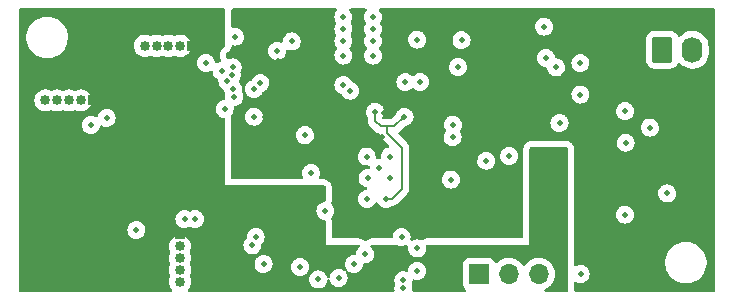
<source format=gbr>
%TF.GenerationSoftware,KiCad,Pcbnew,(6.0.6)*%
%TF.CreationDate,2022-07-04T15:46:39+03:00*%
%TF.ProjectId,gimble,67696d62-6c65-42e6-9b69-6361645f7063,0.2*%
%TF.SameCoordinates,Original*%
%TF.FileFunction,Copper,L3,Inr*%
%TF.FilePolarity,Positive*%
%FSLAX46Y46*%
G04 Gerber Fmt 4.6, Leading zero omitted, Abs format (unit mm)*
G04 Created by KiCad (PCBNEW (6.0.6)) date 2022-07-04 15:46:39*
%MOMM*%
%LPD*%
G01*
G04 APERTURE LIST*
G04 Aperture macros list*
%AMRoundRect*
0 Rectangle with rounded corners*
0 $1 Rounding radius*
0 $2 $3 $4 $5 $6 $7 $8 $9 X,Y pos of 4 corners*
0 Add a 4 corners polygon primitive as box body*
4,1,4,$2,$3,$4,$5,$6,$7,$8,$9,$2,$3,0*
0 Add four circle primitives for the rounded corners*
1,1,$1+$1,$2,$3*
1,1,$1+$1,$4,$5*
1,1,$1+$1,$6,$7*
1,1,$1+$1,$8,$9*
0 Add four rect primitives between the rounded corners*
20,1,$1+$1,$2,$3,$4,$5,0*
20,1,$1+$1,$4,$5,$6,$7,0*
20,1,$1+$1,$6,$7,$8,$9,0*
20,1,$1+$1,$8,$9,$2,$3,0*%
G04 Aperture macros list end*
%TA.AperFunction,ComponentPad*%
%ADD10R,0.850000X0.850000*%
%TD*%
%TA.AperFunction,ComponentPad*%
%ADD11O,0.850000X0.850000*%
%TD*%
%TA.AperFunction,ComponentPad*%
%ADD12R,1.700000X1.700000*%
%TD*%
%TA.AperFunction,ComponentPad*%
%ADD13O,1.700000X1.700000*%
%TD*%
%TA.AperFunction,ComponentPad*%
%ADD14RoundRect,0.250000X-0.620000X-0.845000X0.620000X-0.845000X0.620000X0.845000X-0.620000X0.845000X0*%
%TD*%
%TA.AperFunction,ComponentPad*%
%ADD15O,1.740000X2.190000*%
%TD*%
%TA.AperFunction,ViaPad*%
%ADD16C,0.500000*%
%TD*%
%TA.AperFunction,Conductor*%
%ADD17C,0.200000*%
%TD*%
G04 APERTURE END LIST*
D10*
%TO.N,+5V*%
%TO.C,M500*%
X115190000Y-53680000D03*
D11*
%TO.N,Net-(M500-Pad2)*%
X114190000Y-53680000D03*
%TO.N,Net-(M500-Pad3)*%
X113190000Y-53680000D03*
%TO.N,Net-(M500-Pad4)*%
X112190000Y-53680000D03*
%TO.N,Net-(M500-Pad5)*%
X111190000Y-53680000D03*
%TD*%
D10*
%TO.N,+5V*%
%TO.C,M501*%
X106770000Y-58290000D03*
D11*
%TO.N,Net-(U501-Pad15)*%
X105770000Y-58290000D03*
%TO.N,Net-(U501-Pad13)*%
X104770000Y-58290000D03*
%TO.N,Net-(U501-Pad14)*%
X103770000Y-58290000D03*
%TO.N,Net-(U501-Pad16)*%
X102770000Y-58290000D03*
%TD*%
D12*
%TO.N,/RP2040/SWCLK*%
%TO.C,J300*%
X139475000Y-73000000D03*
D13*
%TO.N,GND*%
X142015000Y-73000000D03*
%TO.N,/RP2040/SWD*%
X144555000Y-73000000D03*
%TD*%
D14*
%TO.N,+12V*%
%TO.C,J201*%
X155000000Y-54000000D03*
D15*
%TO.N,GND*%
X157540000Y-54000000D03*
%TD*%
D10*
%TO.N,+5V*%
%TO.C,M502*%
X114170000Y-69640000D03*
D11*
%TO.N,Net-(U502-Pad15)*%
X114170000Y-70640000D03*
%TO.N,Net-(U502-Pad13)*%
X114170000Y-71640000D03*
%TO.N,Net-(U502-Pad14)*%
X114170000Y-72640000D03*
%TO.N,Net-(U502-Pad16)*%
X114170000Y-73640000D03*
%TD*%
D16*
%TO.N,+3V3*%
X126700000Y-64700000D03*
X134275000Y-50700000D03*
X150635000Y-63965000D03*
X121700000Y-55100000D03*
X122325000Y-59700000D03*
X118300000Y-54450000D03*
X131450000Y-59325000D03*
X122500000Y-55000000D03*
X135000000Y-60400000D03*
X149365000Y-63910000D03*
X121400000Y-59700000D03*
X131200000Y-68350000D03*
X149365000Y-62360000D03*
X150635000Y-62340000D03*
X134025000Y-60375000D03*
X133275000Y-61350000D03*
X120325000Y-56150000D03*
X148425000Y-68025000D03*
X131250000Y-61375000D03*
X122400000Y-57725000D03*
X135150070Y-61370751D03*
X126904891Y-61329831D03*
X120075000Y-53300000D03*
X135181407Y-65000036D03*
%TO.N,GND*%
X118175000Y-56675000D03*
X107950000Y-59775000D03*
X128000000Y-53250000D03*
X129975000Y-63050000D03*
X134500000Y-56750000D03*
X138004418Y-53196992D03*
X131000000Y-64000000D03*
X140100000Y-63400000D03*
X128000000Y-57000000D03*
X118825000Y-52900000D03*
X132925000Y-69875000D03*
X130050000Y-64875000D03*
X142025000Y-63000000D03*
X117950000Y-59025000D03*
X151850000Y-59200000D03*
X148075000Y-55150000D03*
X134219803Y-70831690D03*
X124750000Y-61250000D03*
X145000000Y-52050000D03*
X116350000Y-55125000D03*
X134250000Y-72725000D03*
X137100000Y-65000000D03*
X148075000Y-57800000D03*
X151900000Y-61875000D03*
X134250000Y-53150000D03*
X118650000Y-57350000D03*
X146000000Y-55500000D03*
X145150000Y-54700000D03*
X128000000Y-54500000D03*
X129850000Y-71325000D03*
X131975000Y-64900000D03*
X148090000Y-72990000D03*
X133075000Y-74150000D03*
X125270000Y-64450000D03*
X117690000Y-55790000D03*
X130000000Y-66625000D03*
X120975000Y-56825000D03*
X130500000Y-54500000D03*
X106620000Y-60380000D03*
X130500000Y-53250000D03*
X115450000Y-68350000D03*
X120425000Y-57350000D03*
X114550000Y-68350000D03*
X130500000Y-51250000D03*
X120425000Y-59675000D03*
X128900000Y-72150000D03*
X133075000Y-73525000D03*
X137250000Y-61400000D03*
X130500000Y-52250000D03*
X128550000Y-57475000D03*
X146300000Y-60200000D03*
X128000000Y-51250000D03*
X128000000Y-52250000D03*
X118550000Y-56175000D03*
X118625000Y-55500000D03*
X118775000Y-58025000D03*
X127600000Y-73325000D03*
X137275000Y-60350000D03*
X151830000Y-67970000D03*
X131925000Y-63050000D03*
X122400000Y-54100000D03*
X137700000Y-55475000D03*
X155400000Y-66175000D03*
X133250000Y-56750000D03*
%TO.N,+5V*%
X146250000Y-63000000D03*
X146500000Y-65000000D03*
X144250000Y-65000000D03*
X111500000Y-56320000D03*
X103000000Y-60910000D03*
X116720000Y-72060000D03*
X145450000Y-65000000D03*
X145490000Y-63900000D03*
%TO.N,+1V1*%
X130700000Y-59250000D03*
X131610000Y-66640000D03*
X133175000Y-59675500D03*
%TO.N,Net-(U502-Pad15)*%
X120570000Y-69850000D03*
X124350000Y-72410000D03*
%TO.N,Net-(U502-Pad13)*%
X121240000Y-72130000D03*
X120300000Y-70570000D03*
%TO.N,Net-(U502-Pad16)*%
X125870000Y-73460000D03*
%TO.N,P21*%
X126475000Y-67650000D03*
X110475000Y-69250000D03*
%TO.N,SS*%
X123625000Y-53300000D03*
X153950000Y-60600000D03*
%TD*%
D17*
%TO.N,+1V1*%
X132950000Y-62318395D02*
X131725000Y-61093395D01*
X133149500Y-59675500D02*
X132325000Y-60500000D01*
X131725000Y-60500000D02*
X131150000Y-60500000D01*
X131725000Y-61093395D02*
X131725000Y-60500000D01*
X132325000Y-60500000D02*
X131725000Y-60500000D01*
X133175000Y-59675500D02*
X133149500Y-59675500D01*
X131150000Y-60500000D02*
X130700000Y-60050000D01*
X132085000Y-66640000D02*
X132950000Y-65775000D01*
X130700000Y-60050000D02*
X130700000Y-59250000D01*
X131610000Y-66640000D02*
X132085000Y-66640000D01*
X132950000Y-65775000D02*
X132950000Y-62318395D01*
%TD*%
%TA.AperFunction,Conductor*%
%TO.N,+5V*%
G36*
X146942121Y-62270002D02*
G01*
X146988614Y-62323658D01*
X147000000Y-62376000D01*
X147000000Y-74365500D01*
X146979998Y-74433621D01*
X146926342Y-74480114D01*
X146874000Y-74491500D01*
X145142160Y-74491500D01*
X145074039Y-74471498D01*
X145027546Y-74417842D01*
X145017442Y-74347568D01*
X145046936Y-74282988D01*
X145086728Y-74252349D01*
X145197323Y-74198169D01*
X145252994Y-74170896D01*
X145434860Y-74041173D01*
X145467380Y-74008767D01*
X145578616Y-73897918D01*
X145593096Y-73883489D01*
X145723453Y-73702077D01*
X145734477Y-73679773D01*
X145820136Y-73506453D01*
X145820137Y-73506451D01*
X145822430Y-73501811D01*
X145866764Y-73355892D01*
X145885865Y-73293023D01*
X145885865Y-73293021D01*
X145887370Y-73288069D01*
X145916529Y-73066590D01*
X145917236Y-73037648D01*
X145918074Y-73003365D01*
X145918074Y-73003361D01*
X145918156Y-73000000D01*
X145899852Y-72777361D01*
X145845431Y-72560702D01*
X145756354Y-72355840D01*
X145688452Y-72250879D01*
X145637822Y-72172617D01*
X145637820Y-72172614D01*
X145635014Y-72168277D01*
X145484670Y-72003051D01*
X145480619Y-71999852D01*
X145480615Y-71999848D01*
X145313414Y-71867800D01*
X145313410Y-71867798D01*
X145309359Y-71864598D01*
X145113789Y-71756638D01*
X145108920Y-71754914D01*
X145108916Y-71754912D01*
X144908087Y-71683795D01*
X144908083Y-71683794D01*
X144903212Y-71682069D01*
X144898119Y-71681162D01*
X144898116Y-71681161D01*
X144688373Y-71643800D01*
X144688367Y-71643799D01*
X144683284Y-71642894D01*
X144609452Y-71641992D01*
X144465081Y-71640228D01*
X144465079Y-71640228D01*
X144459911Y-71640165D01*
X144239091Y-71673955D01*
X144026756Y-71743357D01*
X143996443Y-71759137D01*
X143879279Y-71820129D01*
X143828607Y-71846507D01*
X143824474Y-71849610D01*
X143824471Y-71849612D01*
X143663442Y-71970516D01*
X143649965Y-71980635D01*
X143646393Y-71984373D01*
X143504984Y-72132349D01*
X143495629Y-72142138D01*
X143388201Y-72299621D01*
X143333293Y-72344621D01*
X143262768Y-72352792D01*
X143199021Y-72321538D01*
X143178324Y-72297054D01*
X143097822Y-72172617D01*
X143097820Y-72172614D01*
X143095014Y-72168277D01*
X142944670Y-72003051D01*
X142940619Y-71999852D01*
X142940615Y-71999848D01*
X142773414Y-71867800D01*
X142773410Y-71867798D01*
X142769359Y-71864598D01*
X142573789Y-71756638D01*
X142568920Y-71754914D01*
X142568916Y-71754912D01*
X142368087Y-71683795D01*
X142368083Y-71683794D01*
X142363212Y-71682069D01*
X142358119Y-71681162D01*
X142358116Y-71681161D01*
X142148373Y-71643800D01*
X142148367Y-71643799D01*
X142143284Y-71642894D01*
X142069452Y-71641992D01*
X141925081Y-71640228D01*
X141925079Y-71640228D01*
X141919911Y-71640165D01*
X141699091Y-71673955D01*
X141486756Y-71743357D01*
X141456443Y-71759137D01*
X141339279Y-71820129D01*
X141288607Y-71846507D01*
X141284474Y-71849610D01*
X141284471Y-71849612D01*
X141123442Y-71970516D01*
X141109965Y-71980635D01*
X141033013Y-72061161D01*
X141029283Y-72065064D01*
X140967759Y-72100494D01*
X140896846Y-72097037D01*
X140839060Y-72055791D01*
X140820207Y-72022243D01*
X140778767Y-71911703D01*
X140775615Y-71903295D01*
X140688261Y-71786739D01*
X140571705Y-71699385D01*
X140435316Y-71648255D01*
X140373134Y-71641500D01*
X138576866Y-71641500D01*
X138514684Y-71648255D01*
X138378295Y-71699385D01*
X138261739Y-71786739D01*
X138174385Y-71903295D01*
X138123255Y-72039684D01*
X138116500Y-72101866D01*
X138116500Y-73898134D01*
X138123255Y-73960316D01*
X138174385Y-74096705D01*
X138261739Y-74213261D01*
X138268919Y-74218642D01*
X138268920Y-74218643D01*
X138330339Y-74264674D01*
X138372854Y-74321533D01*
X138377880Y-74392352D01*
X138343820Y-74454645D01*
X138281489Y-74488635D01*
X138254774Y-74491500D01*
X133937003Y-74491500D01*
X133868882Y-74471498D01*
X133822389Y-74417842D01*
X133812285Y-74347568D01*
X133813291Y-74342531D01*
X133814319Y-74339825D01*
X133838001Y-74171313D01*
X133838197Y-74157301D01*
X133838244Y-74153961D01*
X133838244Y-74153955D01*
X133838299Y-74150000D01*
X133819331Y-73980892D01*
X133783676Y-73878505D01*
X133780162Y-73807597D01*
X133784879Y-73792325D01*
X133789498Y-73780167D01*
X133814319Y-73714825D01*
X133816763Y-73697438D01*
X133838001Y-73546313D01*
X133839479Y-73546521D01*
X133862468Y-73485904D01*
X133919537Y-73443670D01*
X133990379Y-73438994D01*
X134006829Y-73443865D01*
X134065341Y-73465626D01*
X134234015Y-73488132D01*
X134241026Y-73487494D01*
X134241030Y-73487494D01*
X134396462Y-73473348D01*
X134403483Y-73472709D01*
X134410185Y-73470531D01*
X134410187Y-73470531D01*
X134558623Y-73422301D01*
X134558626Y-73422300D01*
X134565322Y-73420124D01*
X134711490Y-73332990D01*
X134716584Y-73328139D01*
X134716588Y-73328136D01*
X134816595Y-73232900D01*
X134834721Y-73215639D01*
X134858608Y-73179687D01*
X134891494Y-73130189D01*
X134928891Y-73073902D01*
X134989319Y-72914825D01*
X134991064Y-72902412D01*
X134998306Y-72850879D01*
X135013001Y-72746313D01*
X135013143Y-72736191D01*
X135013244Y-72728961D01*
X135013244Y-72728955D01*
X135013299Y-72725000D01*
X134994331Y-72555892D01*
X134938368Y-72395189D01*
X134932383Y-72385610D01*
X134884322Y-72308699D01*
X134848192Y-72250879D01*
X134728286Y-72130132D01*
X134712039Y-72119821D01*
X134655299Y-72083813D01*
X134584608Y-72038951D01*
X134424300Y-71981868D01*
X134255329Y-71961720D01*
X134248326Y-71962456D01*
X134248325Y-71962456D01*
X134093101Y-71978770D01*
X134093097Y-71978771D01*
X134086093Y-71979507D01*
X134079422Y-71981778D01*
X133931673Y-72032075D01*
X133931670Y-72032076D01*
X133925003Y-72034346D01*
X133919005Y-72038036D01*
X133919003Y-72038037D01*
X133786065Y-72119821D01*
X133786063Y-72119823D01*
X133780066Y-72123512D01*
X133658486Y-72242573D01*
X133654675Y-72248487D01*
X133654673Y-72248489D01*
X133582428Y-72360590D01*
X133566304Y-72385610D01*
X133508103Y-72545516D01*
X133507220Y-72552506D01*
X133488030Y-72704406D01*
X133459648Y-72769483D01*
X133400588Y-72808884D01*
X133329602Y-72810101D01*
X133320766Y-72807316D01*
X133249300Y-72781868D01*
X133080329Y-72761720D01*
X133073326Y-72762456D01*
X133073325Y-72762456D01*
X132918101Y-72778770D01*
X132918097Y-72778771D01*
X132911093Y-72779507D01*
X132904422Y-72781778D01*
X132756673Y-72832075D01*
X132756670Y-72832076D01*
X132750003Y-72834346D01*
X132744005Y-72838036D01*
X132744003Y-72838037D01*
X132611065Y-72919821D01*
X132611063Y-72919823D01*
X132605066Y-72923512D01*
X132537978Y-72989210D01*
X132523524Y-73003365D01*
X132483486Y-73042573D01*
X132479675Y-73048487D01*
X132479673Y-73048489D01*
X132395121Y-73179687D01*
X132391304Y-73185610D01*
X132359170Y-73273897D01*
X132339129Y-73328961D01*
X132333103Y-73345516D01*
X132311775Y-73514343D01*
X132328381Y-73683699D01*
X132330605Y-73690384D01*
X132330605Y-73690385D01*
X132366636Y-73798698D01*
X132369159Y-73869650D01*
X132365481Y-73881559D01*
X132353989Y-73913132D01*
X132336816Y-73960316D01*
X132333103Y-73970516D01*
X132311775Y-74139343D01*
X132328381Y-74308699D01*
X132334046Y-74325729D01*
X132336569Y-74396679D01*
X132300333Y-74457731D01*
X132236841Y-74489501D01*
X132214488Y-74491500D01*
X123250000Y-74491500D01*
X123250000Y-72399343D01*
X123586775Y-72399343D01*
X123603381Y-72568699D01*
X123657094Y-72730167D01*
X123660741Y-72736189D01*
X123660742Y-72736191D01*
X123737808Y-72863441D01*
X123745246Y-72875723D01*
X123863455Y-72998132D01*
X123869351Y-73001990D01*
X123988216Y-73079773D01*
X124005846Y-73091310D01*
X124012450Y-73093766D01*
X124012452Y-73093767D01*
X124048844Y-73107301D01*
X124165341Y-73150626D01*
X124334015Y-73173132D01*
X124341026Y-73172494D01*
X124341030Y-73172494D01*
X124496462Y-73158348D01*
X124503483Y-73157709D01*
X124510185Y-73155531D01*
X124510187Y-73155531D01*
X124658623Y-73107301D01*
X124658626Y-73107300D01*
X124665322Y-73105124D01*
X124811490Y-73017990D01*
X124816584Y-73013139D01*
X124816588Y-73013136D01*
X124922272Y-72912494D01*
X124934721Y-72900639D01*
X124940755Y-72891558D01*
X125013692Y-72781778D01*
X125028891Y-72758902D01*
X125089319Y-72599825D01*
X125113001Y-72431313D01*
X125113299Y-72410000D01*
X125094331Y-72240892D01*
X125038368Y-72080189D01*
X125032383Y-72070610D01*
X124998581Y-72016518D01*
X124948192Y-71935879D01*
X124924185Y-71911703D01*
X124857070Y-71844118D01*
X124828286Y-71815132D01*
X124821161Y-71810610D01*
X124736114Y-71756638D01*
X124684608Y-71723951D01*
X124524300Y-71666868D01*
X124355329Y-71646720D01*
X124348326Y-71647456D01*
X124348325Y-71647456D01*
X124193101Y-71663770D01*
X124193097Y-71663771D01*
X124186093Y-71664507D01*
X124179422Y-71666778D01*
X124031673Y-71717075D01*
X124031670Y-71717076D01*
X124025003Y-71719346D01*
X124019005Y-71723036D01*
X124019003Y-71723037D01*
X123886065Y-71804821D01*
X123886063Y-71804823D01*
X123880066Y-71808512D01*
X123758486Y-71927573D01*
X123754675Y-71933487D01*
X123754673Y-71933489D01*
X123670121Y-72064687D01*
X123666304Y-72070610D01*
X123608103Y-72230516D01*
X123586775Y-72399343D01*
X123250000Y-72399343D01*
X123250000Y-70500000D01*
X129301493Y-70500000D01*
X129369614Y-70520002D01*
X129416107Y-70573658D01*
X129426211Y-70643932D01*
X129396717Y-70708512D01*
X129382533Y-70721994D01*
X129380066Y-70723512D01*
X129375038Y-70728436D01*
X129375034Y-70728439D01*
X129273321Y-70828045D01*
X129258486Y-70842573D01*
X129166304Y-70985610D01*
X129108103Y-71145516D01*
X129107220Y-71152506D01*
X129090757Y-71282824D01*
X129062375Y-71347901D01*
X129003316Y-71387302D01*
X128950833Y-71392146D01*
X128905329Y-71386720D01*
X128898326Y-71387456D01*
X128898325Y-71387456D01*
X128743101Y-71403770D01*
X128743097Y-71403771D01*
X128736093Y-71404507D01*
X128729422Y-71406778D01*
X128581673Y-71457075D01*
X128581670Y-71457076D01*
X128575003Y-71459346D01*
X128569005Y-71463036D01*
X128569003Y-71463037D01*
X128436065Y-71544821D01*
X128436063Y-71544823D01*
X128430066Y-71548512D01*
X128404807Y-71573248D01*
X128328929Y-71647554D01*
X128308486Y-71667573D01*
X128304675Y-71673487D01*
X128304673Y-71673489D01*
X128259646Y-71743357D01*
X128216304Y-71810610D01*
X128197563Y-71862101D01*
X128161037Y-71962456D01*
X128158103Y-71970516D01*
X128136775Y-72139343D01*
X128153381Y-72308699D01*
X128207094Y-72470167D01*
X128210741Y-72476189D01*
X128210742Y-72476191D01*
X128267219Y-72569445D01*
X128285398Y-72638074D01*
X128263588Y-72705638D01*
X128208712Y-72750684D01*
X128138194Y-72758911D01*
X128081498Y-72733366D01*
X128078286Y-72730132D01*
X127934608Y-72638951D01*
X127774300Y-72581868D01*
X127605329Y-72561720D01*
X127598326Y-72562456D01*
X127598325Y-72562456D01*
X127443101Y-72578770D01*
X127443097Y-72578771D01*
X127436093Y-72579507D01*
X127429422Y-72581778D01*
X127281673Y-72632075D01*
X127281670Y-72632076D01*
X127275003Y-72634346D01*
X127269005Y-72638036D01*
X127269003Y-72638037D01*
X127136065Y-72719821D01*
X127136063Y-72719823D01*
X127130066Y-72723512D01*
X127008486Y-72842573D01*
X127004675Y-72848487D01*
X127004673Y-72848489D01*
X126920121Y-72979687D01*
X126916304Y-72985610D01*
X126904519Y-73017990D01*
X126863682Y-73130189D01*
X126858103Y-73145516D01*
X126848631Y-73220498D01*
X126847064Y-73232900D01*
X126818682Y-73297976D01*
X126759623Y-73337378D01*
X126688637Y-73338595D01*
X126628262Y-73301240D01*
X126603067Y-73258546D01*
X126579974Y-73192232D01*
X126558368Y-73130189D01*
X126552383Y-73120610D01*
X126526864Y-73079773D01*
X126468192Y-72985879D01*
X126348286Y-72865132D01*
X126332039Y-72854821D01*
X126257178Y-72807313D01*
X126204608Y-72773951D01*
X126044300Y-72716868D01*
X125875329Y-72696720D01*
X125868326Y-72697456D01*
X125868325Y-72697456D01*
X125713101Y-72713770D01*
X125713097Y-72713771D01*
X125706093Y-72714507D01*
X125699422Y-72716778D01*
X125551673Y-72767075D01*
X125551670Y-72767076D01*
X125545003Y-72769346D01*
X125539005Y-72773036D01*
X125539003Y-72773037D01*
X125406065Y-72854821D01*
X125406063Y-72854823D01*
X125400066Y-72858512D01*
X125278486Y-72977573D01*
X125274675Y-72983487D01*
X125274673Y-72983489D01*
X125212622Y-73079773D01*
X125186304Y-73120610D01*
X125128103Y-73280516D01*
X125106775Y-73449343D01*
X125123381Y-73618699D01*
X125125605Y-73625384D01*
X125125605Y-73625385D01*
X125147228Y-73690385D01*
X125177094Y-73780167D01*
X125180741Y-73786189D01*
X125180742Y-73786191D01*
X125257621Y-73913132D01*
X125265246Y-73925723D01*
X125383455Y-74048132D01*
X125444834Y-74088297D01*
X125492123Y-74119242D01*
X125525846Y-74141310D01*
X125532450Y-74143766D01*
X125532452Y-74143767D01*
X125568844Y-74157301D01*
X125685341Y-74200626D01*
X125854015Y-74223132D01*
X125861026Y-74222494D01*
X125861030Y-74222494D01*
X126016462Y-74208348D01*
X126023483Y-74207709D01*
X126030185Y-74205531D01*
X126030187Y-74205531D01*
X126178623Y-74157301D01*
X126178626Y-74157300D01*
X126185322Y-74155124D01*
X126331490Y-74067990D01*
X126336584Y-74063139D01*
X126336588Y-74063136D01*
X126429936Y-73974241D01*
X126454721Y-73950639D01*
X126464053Y-73936594D01*
X126531421Y-73835196D01*
X126548891Y-73808902D01*
X126609319Y-73649825D01*
X126613694Y-73618699D01*
X126623455Y-73549240D01*
X126652743Y-73484566D01*
X126712347Y-73445993D01*
X126783343Y-73445768D01*
X126843191Y-73483962D01*
X126867785Y-73527000D01*
X126907094Y-73645167D01*
X126910741Y-73651189D01*
X126910742Y-73651191D01*
X126984806Y-73773484D01*
X126995246Y-73790723D01*
X127113455Y-73913132D01*
X127255846Y-74006310D01*
X127262450Y-74008766D01*
X127262452Y-74008767D01*
X127298844Y-74022301D01*
X127415341Y-74065626D01*
X127584015Y-74088132D01*
X127591026Y-74087494D01*
X127591030Y-74087494D01*
X127746462Y-74073348D01*
X127753483Y-74072709D01*
X127760185Y-74070531D01*
X127760187Y-74070531D01*
X127908623Y-74022301D01*
X127908626Y-74022300D01*
X127915322Y-74020124D01*
X128061490Y-73932990D01*
X128066584Y-73928139D01*
X128066588Y-73928136D01*
X128133833Y-73864099D01*
X128184721Y-73815639D01*
X128194655Y-73800688D01*
X128257381Y-73706277D01*
X128278891Y-73673902D01*
X128339319Y-73514825D01*
X128363001Y-73346313D01*
X128363299Y-73325000D01*
X128344331Y-73155892D01*
X128334351Y-73127232D01*
X128290686Y-73001846D01*
X128288368Y-72995189D01*
X128282551Y-72985879D01*
X128232922Y-72906458D01*
X128213785Y-72838089D01*
X128234650Y-72770227D01*
X128288891Y-72724419D01*
X128359287Y-72715207D01*
X128412708Y-72739274D01*
X128413455Y-72738132D01*
X128519175Y-72807313D01*
X128555846Y-72831310D01*
X128562450Y-72833766D01*
X128562452Y-72833767D01*
X128635594Y-72860968D01*
X128715341Y-72890626D01*
X128884015Y-72913132D01*
X128891026Y-72912494D01*
X128891030Y-72912494D01*
X129046462Y-72898348D01*
X129053483Y-72897709D01*
X129060185Y-72895531D01*
X129060187Y-72895531D01*
X129208623Y-72847301D01*
X129208626Y-72847300D01*
X129215322Y-72845124D01*
X129361490Y-72757990D01*
X129366584Y-72753139D01*
X129366588Y-72753136D01*
X129433833Y-72689099D01*
X129484721Y-72640639D01*
X129578891Y-72498902D01*
X129639319Y-72339825D01*
X129660210Y-72191170D01*
X129689498Y-72126497D01*
X129749101Y-72087923D01*
X129801647Y-72083813D01*
X129824356Y-72086843D01*
X129827037Y-72087201D01*
X129827038Y-72087201D01*
X129834015Y-72088132D01*
X129841026Y-72087494D01*
X129841030Y-72087494D01*
X129996462Y-72073348D01*
X130003483Y-72072709D01*
X130010185Y-72070531D01*
X130010187Y-72070531D01*
X130158623Y-72022301D01*
X130158626Y-72022300D01*
X130165322Y-72020124D01*
X130311490Y-71932990D01*
X130316584Y-71928139D01*
X130316588Y-71928136D01*
X130404815Y-71844118D01*
X130434721Y-71815639D01*
X130441909Y-71804821D01*
X130500207Y-71717075D01*
X130528891Y-71673902D01*
X130589319Y-71514825D01*
X130613001Y-71346313D01*
X130613299Y-71325000D01*
X130594331Y-71155892D01*
X130538368Y-70995189D01*
X130532383Y-70985610D01*
X130510420Y-70950464D01*
X130448192Y-70850879D01*
X130411609Y-70814039D01*
X130333249Y-70735129D01*
X130333245Y-70735126D01*
X130328286Y-70730132D01*
X130322338Y-70726357D01*
X130319652Y-70724198D01*
X130279095Y-70665926D01*
X130276481Y-70594978D01*
X130312639Y-70533879D01*
X130376090Y-70502027D01*
X130398602Y-70500000D01*
X132457233Y-70500000D01*
X132526224Y-70520566D01*
X132580846Y-70556310D01*
X132587450Y-70558766D01*
X132587452Y-70558767D01*
X132623844Y-70572301D01*
X132740341Y-70615626D01*
X132909015Y-70638132D01*
X132916026Y-70637494D01*
X132916030Y-70637494D01*
X133071462Y-70623348D01*
X133078483Y-70622709D01*
X133085185Y-70620531D01*
X133085187Y-70620531D01*
X133233623Y-70572301D01*
X133233626Y-70572300D01*
X133240322Y-70570124D01*
X133246373Y-70566517D01*
X133246375Y-70566516D01*
X133286566Y-70542557D01*
X133355321Y-70524856D01*
X133422730Y-70547137D01*
X133467393Y-70602326D01*
X133476090Y-70666577D01*
X133467430Y-70735129D01*
X133456578Y-70821033D01*
X133473184Y-70990389D01*
X133526897Y-71151857D01*
X133530544Y-71157879D01*
X133530545Y-71157881D01*
X133606214Y-71282824D01*
X133615049Y-71297413D01*
X133733258Y-71419822D01*
X133875649Y-71513000D01*
X133882253Y-71515456D01*
X133882255Y-71515457D01*
X133918647Y-71528991D01*
X134035144Y-71572316D01*
X134203818Y-71594822D01*
X134210829Y-71594184D01*
X134210833Y-71594184D01*
X134366265Y-71580038D01*
X134373286Y-71579399D01*
X134379988Y-71577221D01*
X134379990Y-71577221D01*
X134528426Y-71528991D01*
X134528429Y-71528990D01*
X134535125Y-71526814D01*
X134681293Y-71439680D01*
X134686387Y-71434829D01*
X134686391Y-71434826D01*
X134775232Y-71350223D01*
X134804524Y-71322329D01*
X134898694Y-71180592D01*
X134959122Y-71021515D01*
X134982804Y-70853003D01*
X134983102Y-70831690D01*
X134964134Y-70662582D01*
X134961816Y-70655925D01*
X134961360Y-70653919D01*
X134965771Y-70583059D01*
X135007791Y-70525833D01*
X135074079Y-70500409D01*
X135084228Y-70500000D01*
X143750000Y-70500000D01*
X143750000Y-62376000D01*
X143770002Y-62307879D01*
X143823658Y-62261386D01*
X143876000Y-62250000D01*
X146874000Y-62250000D01*
X146942121Y-62270002D01*
G37*
%TD.AperFunction*%
%TD*%
%TA.AperFunction,Conductor*%
%TO.N,+5V*%
G36*
X117942121Y-50528502D02*
G01*
X117988614Y-50582158D01*
X118000000Y-50634500D01*
X118000000Y-53673548D01*
X117979998Y-53741669D01*
X117940023Y-53780865D01*
X117836067Y-53844819D01*
X117836060Y-53844824D01*
X117830066Y-53848512D01*
X117708486Y-53967573D01*
X117704675Y-53973487D01*
X117704673Y-53973489D01*
X117632961Y-54084763D01*
X117616304Y-54110610D01*
X117558103Y-54270516D01*
X117536775Y-54439343D01*
X117553381Y-54608699D01*
X117555605Y-54615384D01*
X117555605Y-54615385D01*
X117573836Y-54670189D01*
X117607094Y-54770167D01*
X117655600Y-54850259D01*
X117673778Y-54918887D01*
X117651968Y-54986451D01*
X117597092Y-55031497D01*
X117560993Y-55040839D01*
X117533101Y-55043770D01*
X117533097Y-55043771D01*
X117526093Y-55044507D01*
X117519422Y-55046778D01*
X117371673Y-55097075D01*
X117371670Y-55097076D01*
X117365003Y-55099346D01*
X117359005Y-55103036D01*
X117359003Y-55103037D01*
X117295961Y-55141821D01*
X117227460Y-55160479D01*
X117159746Y-55139140D01*
X117114318Y-55084580D01*
X117104724Y-55048548D01*
X117095116Y-54962891D01*
X117094331Y-54955892D01*
X117081445Y-54918887D01*
X117040686Y-54801846D01*
X117038368Y-54795189D01*
X117032383Y-54785610D01*
X116999712Y-54733327D01*
X116948192Y-54650879D01*
X116942847Y-54645496D01*
X116871922Y-54574074D01*
X116828286Y-54530132D01*
X116821585Y-54525879D01*
X116735602Y-54471313D01*
X116684608Y-54438951D01*
X116524300Y-54381868D01*
X116355329Y-54361720D01*
X116348326Y-54362456D01*
X116348325Y-54362456D01*
X116193101Y-54378770D01*
X116193097Y-54378771D01*
X116186093Y-54379507D01*
X116179422Y-54381778D01*
X116031673Y-54432075D01*
X116031670Y-54432076D01*
X116025003Y-54434346D01*
X116019005Y-54438036D01*
X116019003Y-54438037D01*
X115886065Y-54519821D01*
X115886063Y-54519823D01*
X115880066Y-54523512D01*
X115758486Y-54642573D01*
X115754675Y-54648487D01*
X115754673Y-54648489D01*
X115680563Y-54763484D01*
X115666304Y-54785610D01*
X115608103Y-54945516D01*
X115586775Y-55114343D01*
X115603381Y-55283699D01*
X115657094Y-55445167D01*
X115660741Y-55451189D01*
X115660742Y-55451191D01*
X115737119Y-55577303D01*
X115745246Y-55590723D01*
X115863455Y-55713132D01*
X116005846Y-55806310D01*
X116012450Y-55808766D01*
X116012452Y-55808767D01*
X116085593Y-55835968D01*
X116165341Y-55865626D01*
X116334015Y-55888132D01*
X116341026Y-55887494D01*
X116341030Y-55887494D01*
X116496462Y-55873348D01*
X116503483Y-55872709D01*
X116510185Y-55870531D01*
X116510187Y-55870531D01*
X116658623Y-55822301D01*
X116658626Y-55822300D01*
X116665322Y-55820124D01*
X116671373Y-55816517D01*
X116671375Y-55816516D01*
X116745574Y-55772285D01*
X116814329Y-55754585D01*
X116881738Y-55776867D01*
X116926400Y-55832056D01*
X116935489Y-55868217D01*
X116943381Y-55948699D01*
X116945605Y-55955384D01*
X116945605Y-55955385D01*
X116954090Y-55980892D01*
X116997094Y-56110167D01*
X117000741Y-56116189D01*
X117000742Y-56116191D01*
X117069748Y-56230132D01*
X117085246Y-56255723D01*
X117203455Y-56378132D01*
X117345846Y-56471310D01*
X117351733Y-56473499D01*
X117403297Y-56521859D01*
X117420605Y-56590714D01*
X117419709Y-56601539D01*
X117411775Y-56664343D01*
X117428381Y-56833699D01*
X117482094Y-56995167D01*
X117485741Y-57001189D01*
X117485742Y-57001191D01*
X117559823Y-57123512D01*
X117570246Y-57140723D01*
X117688455Y-57263132D01*
X117830846Y-57356310D01*
X117831386Y-57356511D01*
X117881304Y-57403326D01*
X117898109Y-57454930D01*
X117903381Y-57508699D01*
X117905605Y-57515384D01*
X117905605Y-57515385D01*
X117913735Y-57539825D01*
X117957094Y-57670167D01*
X117960744Y-57676194D01*
X117960745Y-57676196D01*
X117981776Y-57710923D01*
X118000000Y-57776194D01*
X118000000Y-58143574D01*
X117979998Y-58211695D01*
X117926342Y-58258188D01*
X117887172Y-58268883D01*
X117844582Y-58273360D01*
X117793101Y-58278770D01*
X117793097Y-58278771D01*
X117786093Y-58279507D01*
X117769165Y-58285270D01*
X117631673Y-58332075D01*
X117631670Y-58332076D01*
X117625003Y-58334346D01*
X117619005Y-58338036D01*
X117619003Y-58338037D01*
X117486065Y-58419821D01*
X117486063Y-58419823D01*
X117480066Y-58423512D01*
X117358486Y-58542573D01*
X117354675Y-58548487D01*
X117354673Y-58548489D01*
X117279267Y-58665495D01*
X117266304Y-58685610D01*
X117208103Y-58845516D01*
X117186775Y-59014343D01*
X117203381Y-59183699D01*
X117205605Y-59190384D01*
X117205605Y-59190385D01*
X117216621Y-59223500D01*
X117257094Y-59345167D01*
X117260741Y-59351189D01*
X117260742Y-59351191D01*
X117317670Y-59445189D01*
X117345246Y-59490723D01*
X117463455Y-59613132D01*
X117502376Y-59638601D01*
X117592730Y-59697727D01*
X117605846Y-59706310D01*
X117612450Y-59708766D01*
X117612452Y-59708767D01*
X117667376Y-59729193D01*
X117765341Y-59765626D01*
X117772324Y-59766558D01*
X117772325Y-59766558D01*
X117890665Y-59782348D01*
X117955542Y-59811184D01*
X117994530Y-59870517D01*
X118000000Y-59907241D01*
X118000000Y-65500000D01*
X126374000Y-65500000D01*
X126442121Y-65520002D01*
X126488614Y-65573658D01*
X126500000Y-65626000D01*
X126500000Y-66771201D01*
X126479998Y-66839322D01*
X126426342Y-66885815D01*
X126387171Y-66896511D01*
X126377957Y-66897479D01*
X126311093Y-66904507D01*
X126304422Y-66906778D01*
X126156673Y-66957075D01*
X126156670Y-66957076D01*
X126150003Y-66959346D01*
X126144005Y-66963036D01*
X126144003Y-66963037D01*
X126011065Y-67044821D01*
X126011063Y-67044823D01*
X126005066Y-67048512D01*
X125883486Y-67167573D01*
X125791304Y-67310610D01*
X125733103Y-67470516D01*
X125711775Y-67639343D01*
X125728381Y-67808699D01*
X125782094Y-67970167D01*
X125785741Y-67976189D01*
X125785742Y-67976191D01*
X125810598Y-68017232D01*
X125870246Y-68115723D01*
X125988455Y-68238132D01*
X126130846Y-68331310D01*
X126137450Y-68333766D01*
X126137452Y-68333767D01*
X126191752Y-68353961D01*
X126290341Y-68390626D01*
X126297326Y-68391558D01*
X126390664Y-68404012D01*
X126455541Y-68432848D01*
X126494529Y-68492181D01*
X126500000Y-68528905D01*
X126500000Y-72732220D01*
X126479998Y-72800341D01*
X126426342Y-72846834D01*
X126356068Y-72856938D01*
X126306486Y-72838605D01*
X126210562Y-72777729D01*
X126210558Y-72777727D01*
X126204608Y-72773951D01*
X126044300Y-72716868D01*
X125875329Y-72696720D01*
X125868326Y-72697456D01*
X125868325Y-72697456D01*
X125713101Y-72713770D01*
X125713097Y-72713771D01*
X125706093Y-72714507D01*
X125699422Y-72716778D01*
X125551673Y-72767075D01*
X125551670Y-72767076D01*
X125545003Y-72769346D01*
X125539005Y-72773036D01*
X125539003Y-72773037D01*
X125406065Y-72854821D01*
X125406063Y-72854823D01*
X125400066Y-72858512D01*
X125278486Y-72977573D01*
X125274675Y-72983487D01*
X125274673Y-72983489D01*
X125250116Y-73021594D01*
X125186304Y-73120610D01*
X125167527Y-73172200D01*
X125133931Y-73264505D01*
X125128103Y-73280516D01*
X125106775Y-73449343D01*
X125123381Y-73618699D01*
X125177094Y-73780167D01*
X125180741Y-73786189D01*
X125180742Y-73786191D01*
X125214199Y-73841434D01*
X125265246Y-73925723D01*
X125383455Y-74048132D01*
X125525846Y-74141310D01*
X125532450Y-74143766D01*
X125532452Y-74143767D01*
X125568844Y-74157301D01*
X125685341Y-74200626D01*
X125854015Y-74223132D01*
X125861026Y-74222494D01*
X125861030Y-74222494D01*
X126016462Y-74208348D01*
X126023483Y-74207709D01*
X126030185Y-74205531D01*
X126030187Y-74205531D01*
X126178623Y-74157301D01*
X126178626Y-74157300D01*
X126185322Y-74155124D01*
X126309483Y-74081109D01*
X126378237Y-74063409D01*
X126445647Y-74085691D01*
X126490309Y-74140879D01*
X126500000Y-74189338D01*
X126500000Y-74365500D01*
X126479998Y-74433621D01*
X126426342Y-74480114D01*
X126374000Y-74491500D01*
X114942454Y-74491500D01*
X114874333Y-74471498D01*
X114827840Y-74417842D01*
X114817736Y-74347568D01*
X114848818Y-74281190D01*
X114924958Y-74196628D01*
X114924959Y-74196627D01*
X114929377Y-74191720D01*
X115000813Y-74067990D01*
X115024188Y-74027503D01*
X115024189Y-74027502D01*
X115027492Y-74021780D01*
X115088130Y-73835155D01*
X115108642Y-73640000D01*
X115088130Y-73444845D01*
X115027492Y-73258220D01*
X114995611Y-73203000D01*
X114978873Y-73134004D01*
X114995611Y-73077000D01*
X115024188Y-73027503D01*
X115024189Y-73027502D01*
X115027492Y-73021780D01*
X115069292Y-72893132D01*
X115086090Y-72841434D01*
X115086090Y-72841433D01*
X115088130Y-72835155D01*
X115094812Y-72771586D01*
X115107952Y-72646565D01*
X115108642Y-72640000D01*
X115105112Y-72606414D01*
X115088820Y-72451409D01*
X115088820Y-72451408D01*
X115088130Y-72444845D01*
X115027492Y-72258220D01*
X114995611Y-72203000D01*
X114978873Y-72134004D01*
X114983178Y-72119343D01*
X120476775Y-72119343D01*
X120493381Y-72288699D01*
X120547094Y-72450167D01*
X120550741Y-72456189D01*
X120550742Y-72456191D01*
X120618880Y-72568699D01*
X120635246Y-72595723D01*
X120753455Y-72718132D01*
X120774984Y-72732220D01*
X120879084Y-72800341D01*
X120895846Y-72811310D01*
X120902450Y-72813766D01*
X120902452Y-72813767D01*
X120938844Y-72827301D01*
X121055341Y-72870626D01*
X121224015Y-72893132D01*
X121231026Y-72892494D01*
X121231030Y-72892494D01*
X121386462Y-72878348D01*
X121393483Y-72877709D01*
X121400185Y-72875531D01*
X121400187Y-72875531D01*
X121548623Y-72827301D01*
X121548626Y-72827300D01*
X121555322Y-72825124D01*
X121701490Y-72737990D01*
X121706584Y-72733139D01*
X121706588Y-72733136D01*
X121804390Y-72640000D01*
X121824721Y-72620639D01*
X121843188Y-72592845D01*
X121914990Y-72484773D01*
X121918891Y-72478902D01*
X121949113Y-72399343D01*
X123586775Y-72399343D01*
X123603381Y-72568699D01*
X123657094Y-72730167D01*
X123660741Y-72736189D01*
X123660742Y-72736191D01*
X123737808Y-72863441D01*
X123745246Y-72875723D01*
X123863455Y-72998132D01*
X124005846Y-73091310D01*
X124012450Y-73093766D01*
X124012452Y-73093767D01*
X124048844Y-73107301D01*
X124165341Y-73150626D01*
X124334015Y-73173132D01*
X124341026Y-73172494D01*
X124341030Y-73172494D01*
X124496462Y-73158348D01*
X124503483Y-73157709D01*
X124510185Y-73155531D01*
X124510187Y-73155531D01*
X124658623Y-73107301D01*
X124658626Y-73107300D01*
X124665322Y-73105124D01*
X124811490Y-73017990D01*
X124816584Y-73013139D01*
X124816588Y-73013136D01*
X124883833Y-72949099D01*
X124934721Y-72900639D01*
X124954043Y-72871558D01*
X125018892Y-72773951D01*
X125028891Y-72758902D01*
X125089319Y-72599825D01*
X125113001Y-72431313D01*
X125113299Y-72410000D01*
X125094331Y-72240892D01*
X125038368Y-72080189D01*
X125032383Y-72070610D01*
X125005446Y-72027503D01*
X124948192Y-71935879D01*
X124828286Y-71815132D01*
X124815230Y-71806846D01*
X124773406Y-71780304D01*
X124684608Y-71723951D01*
X124524300Y-71666868D01*
X124355329Y-71646720D01*
X124348326Y-71647456D01*
X124348325Y-71647456D01*
X124193101Y-71663770D01*
X124193097Y-71663771D01*
X124186093Y-71664507D01*
X124179422Y-71666778D01*
X124031673Y-71717075D01*
X124031670Y-71717076D01*
X124025003Y-71719346D01*
X124019005Y-71723036D01*
X124019003Y-71723037D01*
X123886065Y-71804821D01*
X123886063Y-71804823D01*
X123880066Y-71808512D01*
X123758486Y-71927573D01*
X123754675Y-71933487D01*
X123754673Y-71933489D01*
X123697773Y-72021780D01*
X123666304Y-72070610D01*
X123608103Y-72230516D01*
X123586775Y-72399343D01*
X121949113Y-72399343D01*
X121979319Y-72319825D01*
X122003001Y-72151313D01*
X122003299Y-72130000D01*
X121984331Y-71960892D01*
X121928368Y-71800189D01*
X121922383Y-71790610D01*
X121883090Y-71727730D01*
X121838192Y-71655879D01*
X121718286Y-71535132D01*
X121702039Y-71524821D01*
X121663406Y-71500304D01*
X121574608Y-71443951D01*
X121414300Y-71386868D01*
X121245329Y-71366720D01*
X121238326Y-71367456D01*
X121238325Y-71367456D01*
X121083101Y-71383770D01*
X121083097Y-71383771D01*
X121076093Y-71384507D01*
X121069422Y-71386778D01*
X120921673Y-71437075D01*
X120921670Y-71437076D01*
X120915003Y-71439346D01*
X120909005Y-71443036D01*
X120909003Y-71443037D01*
X120776065Y-71524821D01*
X120776063Y-71524823D01*
X120770066Y-71528512D01*
X120648486Y-71647573D01*
X120644675Y-71653487D01*
X120644673Y-71653489D01*
X120602231Y-71719346D01*
X120556304Y-71790610D01*
X120553894Y-71797232D01*
X120506454Y-71927573D01*
X120498103Y-71950516D01*
X120476775Y-72119343D01*
X114983178Y-72119343D01*
X114995611Y-72077000D01*
X115024188Y-72027503D01*
X115024189Y-72027502D01*
X115027492Y-72021780D01*
X115088130Y-71835155D01*
X115091106Y-71806846D01*
X115107952Y-71646565D01*
X115108642Y-71640000D01*
X115088130Y-71444845D01*
X115085606Y-71437075D01*
X115051625Y-71332494D01*
X115027492Y-71258220D01*
X114995611Y-71203000D01*
X114978873Y-71134004D01*
X114995611Y-71077000D01*
X115024188Y-71027503D01*
X115024189Y-71027502D01*
X115027492Y-71021780D01*
X115088130Y-70835155D01*
X115108642Y-70640000D01*
X115100164Y-70559343D01*
X119536775Y-70559343D01*
X119553381Y-70728699D01*
X119607094Y-70890167D01*
X119610741Y-70896189D01*
X119610742Y-70896191D01*
X119690268Y-71027503D01*
X119695246Y-71035723D01*
X119813455Y-71158132D01*
X119955846Y-71251310D01*
X119962450Y-71253766D01*
X119962452Y-71253767D01*
X119998844Y-71267301D01*
X120115341Y-71310626D01*
X120284015Y-71333132D01*
X120291026Y-71332494D01*
X120291030Y-71332494D01*
X120446462Y-71318348D01*
X120453483Y-71317709D01*
X120460185Y-71315531D01*
X120460187Y-71315531D01*
X120608623Y-71267301D01*
X120608626Y-71267300D01*
X120615322Y-71265124D01*
X120761490Y-71177990D01*
X120766584Y-71173139D01*
X120766588Y-71173136D01*
X120867540Y-71077000D01*
X120884721Y-71060639D01*
X120978891Y-70918902D01*
X121039319Y-70759825D01*
X121063001Y-70591313D01*
X121063299Y-70570000D01*
X121055850Y-70503589D01*
X121068134Y-70433663D01*
X121094173Y-70398298D01*
X121102345Y-70390516D01*
X121154721Y-70340639D01*
X121248891Y-70198902D01*
X121309319Y-70039825D01*
X121333001Y-69871313D01*
X121333299Y-69850000D01*
X121314331Y-69680892D01*
X121258368Y-69520189D01*
X121252383Y-69510610D01*
X121208150Y-69439825D01*
X121168192Y-69375879D01*
X121048286Y-69255132D01*
X121040200Y-69250000D01*
X120993406Y-69220304D01*
X120904608Y-69163951D01*
X120744300Y-69106868D01*
X120575329Y-69086720D01*
X120568326Y-69087456D01*
X120568325Y-69087456D01*
X120413101Y-69103770D01*
X120413097Y-69103771D01*
X120406093Y-69104507D01*
X120399422Y-69106778D01*
X120251673Y-69157075D01*
X120251670Y-69157076D01*
X120245003Y-69159346D01*
X120239005Y-69163036D01*
X120239003Y-69163037D01*
X120106065Y-69244821D01*
X120106063Y-69244823D01*
X120100066Y-69248512D01*
X119978486Y-69367573D01*
X119974675Y-69373487D01*
X119974673Y-69373489D01*
X119931922Y-69439825D01*
X119886304Y-69510610D01*
X119828103Y-69670516D01*
X119806775Y-69839343D01*
X119808957Y-69861594D01*
X119814480Y-69917926D01*
X119801220Y-69987673D01*
X119777239Y-70020244D01*
X119708486Y-70087573D01*
X119704675Y-70093487D01*
X119704673Y-70093489D01*
X119632955Y-70204773D01*
X119616304Y-70230610D01*
X119558103Y-70390516D01*
X119536775Y-70559343D01*
X115100164Y-70559343D01*
X115088130Y-70444845D01*
X115070478Y-70390516D01*
X115029534Y-70264505D01*
X115027492Y-70258220D01*
X114929377Y-70088280D01*
X114860875Y-70012200D01*
X114802496Y-69947364D01*
X114802495Y-69947363D01*
X114798074Y-69942453D01*
X114700159Y-69871313D01*
X114644663Y-69830993D01*
X114644662Y-69830992D01*
X114639321Y-69827112D01*
X114633293Y-69824428D01*
X114633291Y-69824427D01*
X114466087Y-69749983D01*
X114466086Y-69749983D01*
X114460056Y-69747298D01*
X114335331Y-69720787D01*
X114274572Y-69707872D01*
X114274568Y-69707872D01*
X114268115Y-69706500D01*
X114071885Y-69706500D01*
X114065432Y-69707872D01*
X114065428Y-69707872D01*
X114004669Y-69720787D01*
X113879944Y-69747298D01*
X113873914Y-69749983D01*
X113873913Y-69749983D01*
X113706709Y-69824427D01*
X113706707Y-69824428D01*
X113700679Y-69827112D01*
X113695338Y-69830992D01*
X113695337Y-69830993D01*
X113639842Y-69871313D01*
X113541926Y-69942453D01*
X113537505Y-69947363D01*
X113537504Y-69947364D01*
X113479126Y-70012200D01*
X113410623Y-70088280D01*
X113312508Y-70258220D01*
X113310466Y-70264505D01*
X113269523Y-70390516D01*
X113251870Y-70444845D01*
X113231358Y-70640000D01*
X113251870Y-70835155D01*
X113312508Y-71021780D01*
X113315811Y-71027502D01*
X113315812Y-71027503D01*
X113344389Y-71077000D01*
X113361127Y-71145996D01*
X113344389Y-71203000D01*
X113312508Y-71258220D01*
X113288375Y-71332494D01*
X113254395Y-71437075D01*
X113251870Y-71444845D01*
X113231358Y-71640000D01*
X113232048Y-71646565D01*
X113248895Y-71806846D01*
X113251870Y-71835155D01*
X113312508Y-72021780D01*
X113315811Y-72027502D01*
X113315812Y-72027503D01*
X113344389Y-72077000D01*
X113361127Y-72145996D01*
X113344389Y-72203000D01*
X113312508Y-72258220D01*
X113251870Y-72444845D01*
X113251180Y-72451408D01*
X113251180Y-72451409D01*
X113234888Y-72606414D01*
X113231358Y-72640000D01*
X113232048Y-72646565D01*
X113245189Y-72771586D01*
X113251870Y-72835155D01*
X113253910Y-72841433D01*
X113253910Y-72841434D01*
X113270708Y-72893132D01*
X113312508Y-73021780D01*
X113315811Y-73027502D01*
X113315812Y-73027503D01*
X113344389Y-73077000D01*
X113361127Y-73145996D01*
X113344389Y-73203000D01*
X113312508Y-73258220D01*
X113251870Y-73444845D01*
X113231358Y-73640000D01*
X113251870Y-73835155D01*
X113312508Y-74021780D01*
X113315811Y-74027502D01*
X113315812Y-74027503D01*
X113339187Y-74067990D01*
X113410623Y-74191720D01*
X113415041Y-74196627D01*
X113415042Y-74196628D01*
X113491182Y-74281190D01*
X113521900Y-74345197D01*
X113513135Y-74415651D01*
X113467672Y-74470182D01*
X113397546Y-74491500D01*
X100634500Y-74491500D01*
X100566379Y-74471498D01*
X100519886Y-74417842D01*
X100508500Y-74365500D01*
X100508500Y-69239343D01*
X109711775Y-69239343D01*
X109728381Y-69408699D01*
X109782094Y-69570167D01*
X109785741Y-69576189D01*
X109785742Y-69576191D01*
X109849152Y-69680892D01*
X109870246Y-69715723D01*
X109988455Y-69838132D01*
X110130846Y-69931310D01*
X110137450Y-69933766D01*
X110137452Y-69933767D01*
X110210593Y-69960968D01*
X110290341Y-69990626D01*
X110459015Y-70013132D01*
X110466026Y-70012494D01*
X110466030Y-70012494D01*
X110621462Y-69998348D01*
X110628483Y-69997709D01*
X110635185Y-69995531D01*
X110635187Y-69995531D01*
X110783623Y-69947301D01*
X110783626Y-69947300D01*
X110790322Y-69945124D01*
X110936490Y-69857990D01*
X110941584Y-69853139D01*
X110941588Y-69853136D01*
X111008833Y-69789099D01*
X111059721Y-69740639D01*
X111081492Y-69707872D01*
X111149990Y-69604773D01*
X111153891Y-69598902D01*
X111214319Y-69439825D01*
X111238001Y-69271313D01*
X111238157Y-69260129D01*
X111238244Y-69253961D01*
X111238244Y-69253955D01*
X111238299Y-69250000D01*
X111219331Y-69080892D01*
X111205620Y-69041518D01*
X111169616Y-68938132D01*
X111163368Y-68920189D01*
X111157383Y-68910610D01*
X111101254Y-68820787D01*
X111073192Y-68775879D01*
X110953286Y-68655132D01*
X110937039Y-68644821D01*
X110898406Y-68620304D01*
X110809608Y-68563951D01*
X110649300Y-68506868D01*
X110480329Y-68486720D01*
X110473326Y-68487456D01*
X110473325Y-68487456D01*
X110318101Y-68503770D01*
X110318097Y-68503771D01*
X110311093Y-68504507D01*
X110304422Y-68506778D01*
X110156673Y-68557075D01*
X110156670Y-68557076D01*
X110150003Y-68559346D01*
X110144005Y-68563036D01*
X110144003Y-68563037D01*
X110011065Y-68644821D01*
X110011063Y-68644823D01*
X110005066Y-68648512D01*
X109883486Y-68767573D01*
X109879675Y-68773487D01*
X109879673Y-68773489D01*
X109833266Y-68845498D01*
X109791304Y-68910610D01*
X109781287Y-68938132D01*
X109741553Y-69047301D01*
X109733103Y-69070516D01*
X109711775Y-69239343D01*
X100508500Y-69239343D01*
X100508500Y-68339343D01*
X113786775Y-68339343D01*
X113803381Y-68508699D01*
X113857094Y-68670167D01*
X113860741Y-68676189D01*
X113860742Y-68676191D01*
X113921116Y-68775879D01*
X113945246Y-68815723D01*
X114063455Y-68938132D01*
X114205846Y-69031310D01*
X114212450Y-69033766D01*
X114212452Y-69033767D01*
X114248844Y-69047301D01*
X114365341Y-69090626D01*
X114534015Y-69113132D01*
X114541026Y-69112494D01*
X114541030Y-69112494D01*
X114696462Y-69098348D01*
X114703483Y-69097709D01*
X114710185Y-69095531D01*
X114710187Y-69095531D01*
X114858623Y-69047301D01*
X114858626Y-69047300D01*
X114865322Y-69045124D01*
X114934605Y-69003823D01*
X115003359Y-68986123D01*
X115068115Y-69006619D01*
X115105846Y-69031310D01*
X115112450Y-69033766D01*
X115112452Y-69033767D01*
X115148844Y-69047301D01*
X115265341Y-69090626D01*
X115434015Y-69113132D01*
X115441026Y-69112494D01*
X115441030Y-69112494D01*
X115596462Y-69098348D01*
X115603483Y-69097709D01*
X115610185Y-69095531D01*
X115610187Y-69095531D01*
X115758623Y-69047301D01*
X115758626Y-69047300D01*
X115765322Y-69045124D01*
X115911490Y-68957990D01*
X115916584Y-68953139D01*
X115916588Y-68953136D01*
X115983833Y-68889099D01*
X116034721Y-68840639D01*
X116128891Y-68698902D01*
X116189319Y-68539825D01*
X116213001Y-68371313D01*
X116213299Y-68350000D01*
X116194331Y-68180892D01*
X116138368Y-68020189D01*
X116132383Y-68010610D01*
X116102934Y-67963484D01*
X116048192Y-67875879D01*
X115928286Y-67755132D01*
X115912039Y-67744821D01*
X115863647Y-67714111D01*
X115784608Y-67663951D01*
X115624300Y-67606868D01*
X115455329Y-67586720D01*
X115448326Y-67587456D01*
X115448325Y-67587456D01*
X115293101Y-67603770D01*
X115293097Y-67603771D01*
X115286093Y-67604507D01*
X115279422Y-67606778D01*
X115131673Y-67657075D01*
X115131670Y-67657076D01*
X115125003Y-67659346D01*
X115070130Y-67693104D01*
X115066314Y-67695452D01*
X114997813Y-67714111D01*
X114932777Y-67694520D01*
X114921770Y-67687535D01*
X114884608Y-67663951D01*
X114724300Y-67606868D01*
X114555329Y-67586720D01*
X114548326Y-67587456D01*
X114548325Y-67587456D01*
X114393101Y-67603770D01*
X114393097Y-67603771D01*
X114386093Y-67604507D01*
X114379422Y-67606778D01*
X114231673Y-67657075D01*
X114231670Y-67657076D01*
X114225003Y-67659346D01*
X114219005Y-67663036D01*
X114219003Y-67663037D01*
X114086065Y-67744821D01*
X114086063Y-67744823D01*
X114080066Y-67748512D01*
X113958486Y-67867573D01*
X113866304Y-68010610D01*
X113808103Y-68170516D01*
X113786775Y-68339343D01*
X100508500Y-68339343D01*
X100508500Y-60369343D01*
X105856775Y-60369343D01*
X105873381Y-60538699D01*
X105927094Y-60700167D01*
X105930741Y-60706189D01*
X105930742Y-60706191D01*
X105967917Y-60767573D01*
X106015246Y-60845723D01*
X106133455Y-60968132D01*
X106275846Y-61061310D01*
X106282450Y-61063766D01*
X106282452Y-61063767D01*
X106318844Y-61077301D01*
X106435341Y-61120626D01*
X106604015Y-61143132D01*
X106611026Y-61142494D01*
X106611030Y-61142494D01*
X106766462Y-61128348D01*
X106773483Y-61127709D01*
X106780185Y-61125531D01*
X106780187Y-61125531D01*
X106928623Y-61077301D01*
X106928626Y-61077300D01*
X106935322Y-61075124D01*
X107081490Y-60987990D01*
X107086584Y-60983139D01*
X107086588Y-60983136D01*
X107162747Y-60910610D01*
X107204721Y-60870639D01*
X107220159Y-60847404D01*
X107251806Y-60799771D01*
X107298891Y-60728902D01*
X107359319Y-60569825D01*
X107367059Y-60514747D01*
X107396346Y-60450073D01*
X107455950Y-60411500D01*
X107526946Y-60411273D01*
X107560822Y-60426847D01*
X107605846Y-60456310D01*
X107612450Y-60458766D01*
X107612452Y-60458767D01*
X107648844Y-60472301D01*
X107765341Y-60515626D01*
X107934015Y-60538132D01*
X107941026Y-60537494D01*
X107941030Y-60537494D01*
X108096462Y-60523348D01*
X108103483Y-60522709D01*
X108110185Y-60520531D01*
X108110187Y-60520531D01*
X108258623Y-60472301D01*
X108258626Y-60472300D01*
X108265322Y-60470124D01*
X108411490Y-60382990D01*
X108416584Y-60378139D01*
X108416588Y-60378136D01*
X108511101Y-60288132D01*
X108534721Y-60265639D01*
X108628891Y-60123902D01*
X108689319Y-59964825D01*
X108713001Y-59796313D01*
X108713299Y-59775000D01*
X108694331Y-59605892D01*
X108638368Y-59445189D01*
X108632383Y-59435610D01*
X108591502Y-59370189D01*
X108548192Y-59300879D01*
X108428286Y-59180132D01*
X108412039Y-59169821D01*
X108373406Y-59145304D01*
X108284608Y-59088951D01*
X108124300Y-59031868D01*
X107955329Y-59011720D01*
X107948326Y-59012456D01*
X107948325Y-59012456D01*
X107793101Y-59028770D01*
X107793097Y-59028771D01*
X107786093Y-59029507D01*
X107779422Y-59031778D01*
X107631673Y-59082075D01*
X107631670Y-59082076D01*
X107625003Y-59084346D01*
X107619005Y-59088036D01*
X107619003Y-59088037D01*
X107486065Y-59169821D01*
X107486063Y-59169823D01*
X107480066Y-59173512D01*
X107358486Y-59292573D01*
X107266304Y-59435610D01*
X107208103Y-59595516D01*
X107207220Y-59602504D01*
X107207220Y-59602505D01*
X107202660Y-59638601D01*
X107174278Y-59703677D01*
X107115218Y-59743078D01*
X107044232Y-59744294D01*
X107010144Y-59729195D01*
X106954608Y-59693951D01*
X106794300Y-59636868D01*
X106625329Y-59616720D01*
X106618326Y-59617456D01*
X106618325Y-59617456D01*
X106463101Y-59633770D01*
X106463097Y-59633771D01*
X106456093Y-59634507D01*
X106449422Y-59636778D01*
X106301673Y-59687075D01*
X106301670Y-59687076D01*
X106295003Y-59689346D01*
X106289005Y-59693036D01*
X106289003Y-59693037D01*
X106156065Y-59774821D01*
X106156063Y-59774823D01*
X106150066Y-59778512D01*
X106028486Y-59897573D01*
X106024675Y-59903487D01*
X106024673Y-59903489D01*
X105980898Y-59971414D01*
X105936304Y-60040610D01*
X105878103Y-60200516D01*
X105856775Y-60369343D01*
X100508500Y-60369343D01*
X100508500Y-58290000D01*
X101831358Y-58290000D01*
X101832048Y-58296565D01*
X101835877Y-58332990D01*
X101851870Y-58485155D01*
X101912508Y-58671780D01*
X102010623Y-58841720D01*
X102015041Y-58846627D01*
X102015042Y-58846628D01*
X102137504Y-58982636D01*
X102141926Y-58987547D01*
X102147268Y-58991428D01*
X102147270Y-58991430D01*
X102289157Y-59094517D01*
X102300679Y-59102888D01*
X102306707Y-59105572D01*
X102306709Y-59105573D01*
X102473913Y-59180017D01*
X102479944Y-59182702D01*
X102575915Y-59203101D01*
X102665428Y-59222128D01*
X102665432Y-59222128D01*
X102671885Y-59223500D01*
X102868115Y-59223500D01*
X102874568Y-59222128D01*
X102874572Y-59222128D01*
X102964085Y-59203101D01*
X103060056Y-59182702D01*
X103069627Y-59178441D01*
X103116086Y-59157756D01*
X103218752Y-59112046D01*
X103289118Y-59102612D01*
X103321247Y-59112045D01*
X103423914Y-59157756D01*
X103470374Y-59178441D01*
X103479944Y-59182702D01*
X103575915Y-59203101D01*
X103665428Y-59222128D01*
X103665432Y-59222128D01*
X103671885Y-59223500D01*
X103868115Y-59223500D01*
X103874568Y-59222128D01*
X103874572Y-59222128D01*
X103964085Y-59203101D01*
X104060056Y-59182702D01*
X104069627Y-59178441D01*
X104116086Y-59157756D01*
X104218752Y-59112046D01*
X104289118Y-59102612D01*
X104321247Y-59112045D01*
X104423914Y-59157756D01*
X104470374Y-59178441D01*
X104479944Y-59182702D01*
X104575915Y-59203101D01*
X104665428Y-59222128D01*
X104665432Y-59222128D01*
X104671885Y-59223500D01*
X104868115Y-59223500D01*
X104874568Y-59222128D01*
X104874572Y-59222128D01*
X104964085Y-59203101D01*
X105060056Y-59182702D01*
X105069627Y-59178441D01*
X105116086Y-59157756D01*
X105218752Y-59112046D01*
X105289118Y-59102612D01*
X105321247Y-59112045D01*
X105423914Y-59157756D01*
X105470374Y-59178441D01*
X105479944Y-59182702D01*
X105575915Y-59203101D01*
X105665428Y-59222128D01*
X105665432Y-59222128D01*
X105671885Y-59223500D01*
X105868115Y-59223500D01*
X105874568Y-59222128D01*
X105874572Y-59222128D01*
X105964085Y-59203101D01*
X106060056Y-59182702D01*
X106066087Y-59180017D01*
X106233291Y-59105573D01*
X106233293Y-59105572D01*
X106239321Y-59102888D01*
X106250843Y-59094517D01*
X106392730Y-58991430D01*
X106392732Y-58991428D01*
X106398074Y-58987547D01*
X106402496Y-58982636D01*
X106524958Y-58846628D01*
X106524959Y-58846627D01*
X106529377Y-58841720D01*
X106627492Y-58671780D01*
X106688130Y-58485155D01*
X106704124Y-58332990D01*
X106707952Y-58296565D01*
X106708642Y-58290000D01*
X106688130Y-58094845D01*
X106627492Y-57908220D01*
X106529377Y-57738280D01*
X106473477Y-57676196D01*
X106402496Y-57597364D01*
X106402495Y-57597363D01*
X106398074Y-57592453D01*
X106347753Y-57555892D01*
X106244663Y-57480993D01*
X106244662Y-57480992D01*
X106239321Y-57477112D01*
X106233293Y-57474428D01*
X106233291Y-57474427D01*
X106066087Y-57399983D01*
X106066086Y-57399983D01*
X106060056Y-57397298D01*
X105964086Y-57376899D01*
X105874572Y-57357872D01*
X105874568Y-57357872D01*
X105868115Y-57356500D01*
X105671885Y-57356500D01*
X105665432Y-57357872D01*
X105665428Y-57357872D01*
X105575914Y-57376899D01*
X105479944Y-57397298D01*
X105321248Y-57467954D01*
X105250882Y-57477388D01*
X105218753Y-57467955D01*
X105060056Y-57397298D01*
X104964086Y-57376899D01*
X104874572Y-57357872D01*
X104874568Y-57357872D01*
X104868115Y-57356500D01*
X104671885Y-57356500D01*
X104665432Y-57357872D01*
X104665428Y-57357872D01*
X104575914Y-57376899D01*
X104479944Y-57397298D01*
X104321248Y-57467954D01*
X104250882Y-57477388D01*
X104218753Y-57467955D01*
X104060056Y-57397298D01*
X103964086Y-57376899D01*
X103874572Y-57357872D01*
X103874568Y-57357872D01*
X103868115Y-57356500D01*
X103671885Y-57356500D01*
X103665432Y-57357872D01*
X103665428Y-57357872D01*
X103575914Y-57376899D01*
X103479944Y-57397298D01*
X103321248Y-57467954D01*
X103250882Y-57477388D01*
X103218753Y-57467955D01*
X103060056Y-57397298D01*
X102964086Y-57376899D01*
X102874572Y-57357872D01*
X102874568Y-57357872D01*
X102868115Y-57356500D01*
X102671885Y-57356500D01*
X102665432Y-57357872D01*
X102665428Y-57357872D01*
X102575914Y-57376899D01*
X102479944Y-57397298D01*
X102473914Y-57399983D01*
X102473913Y-57399983D01*
X102306709Y-57474427D01*
X102306707Y-57474428D01*
X102300679Y-57477112D01*
X102295338Y-57480992D01*
X102295337Y-57480993D01*
X102192248Y-57555892D01*
X102141926Y-57592453D01*
X102137505Y-57597363D01*
X102137504Y-57597364D01*
X102066524Y-57676196D01*
X102010623Y-57738280D01*
X101912508Y-57908220D01*
X101851870Y-58094845D01*
X101831358Y-58290000D01*
X100508500Y-58290000D01*
X100508500Y-53082655D01*
X101164858Y-53082655D01*
X101200104Y-53341638D01*
X101201412Y-53346124D01*
X101201412Y-53346126D01*
X101219839Y-53409346D01*
X101273243Y-53592567D01*
X101382668Y-53829928D01*
X101406197Y-53865816D01*
X101523410Y-54044596D01*
X101523414Y-54044601D01*
X101525976Y-54048509D01*
X101700018Y-54243506D01*
X101900970Y-54410637D01*
X101904973Y-54413066D01*
X102120422Y-54543804D01*
X102120426Y-54543806D01*
X102124419Y-54546229D01*
X102365455Y-54647303D01*
X102618783Y-54711641D01*
X102623434Y-54712109D01*
X102623438Y-54712110D01*
X102816308Y-54731531D01*
X102835867Y-54733500D01*
X102991354Y-54733500D01*
X102993679Y-54733327D01*
X102993685Y-54733327D01*
X103181000Y-54719407D01*
X103181004Y-54719406D01*
X103185652Y-54719061D01*
X103190200Y-54718032D01*
X103190206Y-54718031D01*
X103401634Y-54670189D01*
X103440577Y-54661377D01*
X103480428Y-54645880D01*
X103679824Y-54568340D01*
X103679827Y-54568339D01*
X103684177Y-54566647D01*
X103911098Y-54436951D01*
X104116357Y-54275138D01*
X104295443Y-54084763D01*
X104409386Y-53920516D01*
X104441759Y-53873851D01*
X104441761Y-53873848D01*
X104444424Y-53870009D01*
X104451761Y-53855132D01*
X104538126Y-53680000D01*
X110251358Y-53680000D01*
X110252048Y-53686565D01*
X110261960Y-53780865D01*
X110271870Y-53875155D01*
X110332508Y-54061780D01*
X110335811Y-54067502D01*
X110335812Y-54067503D01*
X110354574Y-54100000D01*
X110430623Y-54231720D01*
X110435041Y-54236627D01*
X110435042Y-54236628D01*
X110482941Y-54289825D01*
X110561926Y-54377547D01*
X110567268Y-54381428D01*
X110567270Y-54381430D01*
X110707588Y-54483377D01*
X110720679Y-54492888D01*
X110726707Y-54495572D01*
X110726709Y-54495573D01*
X110893913Y-54570017D01*
X110899944Y-54572702D01*
X110995915Y-54593101D01*
X111085428Y-54612128D01*
X111085432Y-54612128D01*
X111091885Y-54613500D01*
X111288115Y-54613500D01*
X111294568Y-54612128D01*
X111294572Y-54612128D01*
X111384086Y-54593101D01*
X111480056Y-54572702D01*
X111489854Y-54568340D01*
X111564446Y-54535129D01*
X111638752Y-54502046D01*
X111709118Y-54492612D01*
X111741247Y-54502045D01*
X111815554Y-54535129D01*
X111890147Y-54568340D01*
X111899944Y-54572702D01*
X111995915Y-54593101D01*
X112085428Y-54612128D01*
X112085432Y-54612128D01*
X112091885Y-54613500D01*
X112288115Y-54613500D01*
X112294568Y-54612128D01*
X112294572Y-54612128D01*
X112384086Y-54593101D01*
X112480056Y-54572702D01*
X112489854Y-54568340D01*
X112564446Y-54535129D01*
X112638752Y-54502046D01*
X112709118Y-54492612D01*
X112741247Y-54502045D01*
X112815554Y-54535129D01*
X112890147Y-54568340D01*
X112899944Y-54572702D01*
X112995915Y-54593101D01*
X113085428Y-54612128D01*
X113085432Y-54612128D01*
X113091885Y-54613500D01*
X113288115Y-54613500D01*
X113294568Y-54612128D01*
X113294572Y-54612128D01*
X113384086Y-54593101D01*
X113480056Y-54572702D01*
X113489854Y-54568340D01*
X113564446Y-54535129D01*
X113638752Y-54502046D01*
X113709118Y-54492612D01*
X113741247Y-54502045D01*
X113815554Y-54535129D01*
X113890147Y-54568340D01*
X113899944Y-54572702D01*
X113995915Y-54593101D01*
X114085428Y-54612128D01*
X114085432Y-54612128D01*
X114091885Y-54613500D01*
X114288115Y-54613500D01*
X114294568Y-54612128D01*
X114294572Y-54612128D01*
X114384086Y-54593101D01*
X114480056Y-54572702D01*
X114486087Y-54570017D01*
X114653291Y-54495573D01*
X114653293Y-54495572D01*
X114659321Y-54492888D01*
X114672412Y-54483377D01*
X114812730Y-54381430D01*
X114812732Y-54381428D01*
X114818074Y-54377547D01*
X114897059Y-54289825D01*
X114944958Y-54236628D01*
X114944959Y-54236627D01*
X114949377Y-54231720D01*
X115025426Y-54100000D01*
X115044188Y-54067503D01*
X115044189Y-54067502D01*
X115047492Y-54061780D01*
X115108130Y-53875155D01*
X115118041Y-53780865D01*
X115127952Y-53686565D01*
X115128642Y-53680000D01*
X115110262Y-53505132D01*
X115108820Y-53491409D01*
X115108820Y-53491408D01*
X115108130Y-53484845D01*
X115047492Y-53298220D01*
X114949377Y-53128280D01*
X114818074Y-52982453D01*
X114801195Y-52970189D01*
X114664663Y-52870993D01*
X114664662Y-52870992D01*
X114659321Y-52867112D01*
X114653293Y-52864428D01*
X114653291Y-52864427D01*
X114486087Y-52789983D01*
X114486086Y-52789983D01*
X114480056Y-52787298D01*
X114384085Y-52766899D01*
X114294572Y-52747872D01*
X114294568Y-52747872D01*
X114288115Y-52746500D01*
X114091885Y-52746500D01*
X114085432Y-52747872D01*
X114085428Y-52747872D01*
X113995915Y-52766899D01*
X113899944Y-52787298D01*
X113741248Y-52857954D01*
X113670882Y-52867388D01*
X113638753Y-52857955D01*
X113480056Y-52787298D01*
X113384085Y-52766899D01*
X113294572Y-52747872D01*
X113294568Y-52747872D01*
X113288115Y-52746500D01*
X113091885Y-52746500D01*
X113085432Y-52747872D01*
X113085428Y-52747872D01*
X112995915Y-52766899D01*
X112899944Y-52787298D01*
X112741248Y-52857954D01*
X112670882Y-52867388D01*
X112638753Y-52857955D01*
X112480056Y-52787298D01*
X112384085Y-52766899D01*
X112294572Y-52747872D01*
X112294568Y-52747872D01*
X112288115Y-52746500D01*
X112091885Y-52746500D01*
X112085432Y-52747872D01*
X112085428Y-52747872D01*
X111995915Y-52766899D01*
X111899944Y-52787298D01*
X111741248Y-52857954D01*
X111670882Y-52867388D01*
X111638753Y-52857955D01*
X111480056Y-52787298D01*
X111384085Y-52766899D01*
X111294572Y-52747872D01*
X111294568Y-52747872D01*
X111288115Y-52746500D01*
X111091885Y-52746500D01*
X111085432Y-52747872D01*
X111085428Y-52747872D01*
X110995915Y-52766899D01*
X110899944Y-52787298D01*
X110893914Y-52789983D01*
X110893913Y-52789983D01*
X110726709Y-52864427D01*
X110726707Y-52864428D01*
X110720679Y-52867112D01*
X110715338Y-52870992D01*
X110715337Y-52870993D01*
X110578806Y-52970189D01*
X110561926Y-52982453D01*
X110430623Y-53128280D01*
X110332508Y-53298220D01*
X110271870Y-53484845D01*
X110271180Y-53491408D01*
X110271180Y-53491409D01*
X110269738Y-53505132D01*
X110251358Y-53680000D01*
X104538126Y-53680000D01*
X104557960Y-53639781D01*
X104557961Y-53639778D01*
X104560025Y-53635593D01*
X104639707Y-53386665D01*
X104681721Y-53128693D01*
X104685142Y-52867345D01*
X104649896Y-52608362D01*
X104635473Y-52558877D01*
X104578068Y-52361932D01*
X104576757Y-52357433D01*
X104467332Y-52120072D01*
X104434519Y-52070024D01*
X104326590Y-51905404D01*
X104326586Y-51905399D01*
X104324024Y-51901491D01*
X104149982Y-51706494D01*
X103949030Y-51539363D01*
X103901844Y-51510730D01*
X103729578Y-51406196D01*
X103729574Y-51406194D01*
X103725581Y-51403771D01*
X103484545Y-51302697D01*
X103231217Y-51238359D01*
X103226566Y-51237891D01*
X103226562Y-51237890D01*
X103017271Y-51216816D01*
X103014133Y-51216500D01*
X102858646Y-51216500D01*
X102856321Y-51216673D01*
X102856315Y-51216673D01*
X102669000Y-51230593D01*
X102668996Y-51230594D01*
X102664348Y-51230939D01*
X102659800Y-51231968D01*
X102659794Y-51231969D01*
X102473399Y-51274147D01*
X102409423Y-51288623D01*
X102405071Y-51290315D01*
X102405069Y-51290316D01*
X102170176Y-51381660D01*
X102170173Y-51381661D01*
X102165823Y-51383353D01*
X101938902Y-51513049D01*
X101733643Y-51674862D01*
X101554557Y-51865237D01*
X101405576Y-52079991D01*
X101403510Y-52084181D01*
X101403508Y-52084184D01*
X101297814Y-52298512D01*
X101289975Y-52314407D01*
X101288553Y-52318850D01*
X101288552Y-52318852D01*
X101254293Y-52425879D01*
X101210293Y-52563335D01*
X101168279Y-52821307D01*
X101167676Y-52867345D01*
X101165172Y-53058699D01*
X101164858Y-53082655D01*
X100508500Y-53082655D01*
X100508500Y-50634500D01*
X100528502Y-50566379D01*
X100582158Y-50519886D01*
X100634500Y-50508500D01*
X117874000Y-50508500D01*
X117942121Y-50528502D01*
G37*
%TD.AperFunction*%
%TD*%
%TA.AperFunction,Conductor*%
%TO.N,+3V3*%
G36*
X127432410Y-50528502D02*
G01*
X127478903Y-50582158D01*
X127489007Y-50652432D01*
X127459513Y-50717012D01*
X127452449Y-50724521D01*
X127408486Y-50767573D01*
X127316304Y-50910610D01*
X127258103Y-51070516D01*
X127236775Y-51239343D01*
X127253381Y-51408699D01*
X127307094Y-51570167D01*
X127377064Y-51685700D01*
X127395242Y-51754328D01*
X127375198Y-51819225D01*
X127316304Y-51910610D01*
X127313894Y-51917232D01*
X127264129Y-52053961D01*
X127258103Y-52070516D01*
X127236775Y-52239343D01*
X127253381Y-52408699D01*
X127255605Y-52415384D01*
X127255605Y-52415385D01*
X127268374Y-52453770D01*
X127307094Y-52570167D01*
X127377064Y-52685700D01*
X127395242Y-52754328D01*
X127375198Y-52819225D01*
X127316304Y-52910610D01*
X127258103Y-53070516D01*
X127236775Y-53239343D01*
X127253381Y-53408699D01*
X127307094Y-53570167D01*
X127310741Y-53576189D01*
X127310742Y-53576191D01*
X127381176Y-53692490D01*
X127395246Y-53715723D01*
X127400136Y-53720787D01*
X127400137Y-53720788D01*
X127464579Y-53787520D01*
X127497511Y-53850417D01*
X127491211Y-53921134D01*
X127462100Y-53965070D01*
X127414600Y-54011586D01*
X127408486Y-54017573D01*
X127404675Y-54023487D01*
X127404673Y-54023489D01*
X127323339Y-54149694D01*
X127316304Y-54160610D01*
X127258103Y-54320516D01*
X127236775Y-54489343D01*
X127253381Y-54658699D01*
X127307094Y-54820167D01*
X127310741Y-54826189D01*
X127310742Y-54826191D01*
X127358551Y-54905132D01*
X127395246Y-54965723D01*
X127513455Y-55088132D01*
X127576958Y-55129687D01*
X127632027Y-55165723D01*
X127655846Y-55181310D01*
X127662450Y-55183766D01*
X127662452Y-55183767D01*
X127698844Y-55197301D01*
X127815341Y-55240626D01*
X127984015Y-55263132D01*
X127991026Y-55262494D01*
X127991030Y-55262494D01*
X128146462Y-55248348D01*
X128153483Y-55247709D01*
X128160185Y-55245531D01*
X128160187Y-55245531D01*
X128308623Y-55197301D01*
X128308626Y-55197300D01*
X128315322Y-55195124D01*
X128461490Y-55107990D01*
X128466584Y-55103139D01*
X128466588Y-55103136D01*
X128541441Y-55031854D01*
X128584721Y-54990639D01*
X128602489Y-54963897D01*
X128654822Y-54885129D01*
X128678891Y-54848902D01*
X128739319Y-54689825D01*
X128763001Y-54521313D01*
X128763299Y-54500000D01*
X128744331Y-54330892D01*
X128732325Y-54296414D01*
X128706929Y-54223489D01*
X128688368Y-54170189D01*
X128682383Y-54160610D01*
X128660270Y-54125223D01*
X128598192Y-54025879D01*
X128585440Y-54013037D01*
X128553933Y-53981310D01*
X128536725Y-53963981D01*
X128502918Y-53901550D01*
X128508230Y-53830752D01*
X128539239Y-53783951D01*
X128550035Y-53773670D01*
X128584721Y-53740639D01*
X128619940Y-53687631D01*
X128636494Y-53662715D01*
X128678891Y-53598902D01*
X128739319Y-53439825D01*
X128763001Y-53271313D01*
X128763118Y-53262964D01*
X128763244Y-53253961D01*
X128763244Y-53253955D01*
X128763299Y-53250000D01*
X128744331Y-53080892D01*
X128688368Y-52920189D01*
X128682383Y-52910610D01*
X128623346Y-52816133D01*
X128604210Y-52747764D01*
X128625252Y-52679636D01*
X128674990Y-52604773D01*
X128678891Y-52598902D01*
X128739319Y-52439825D01*
X128741573Y-52423790D01*
X128749108Y-52370167D01*
X128763001Y-52271313D01*
X128763299Y-52250000D01*
X128744331Y-52080892D01*
X128727427Y-52032349D01*
X128690686Y-51926846D01*
X128688368Y-51920189D01*
X128682383Y-51910610D01*
X128623346Y-51816133D01*
X128604210Y-51747764D01*
X128625252Y-51679636D01*
X128674990Y-51604773D01*
X128678891Y-51598902D01*
X128739319Y-51439825D01*
X128763001Y-51271313D01*
X128763299Y-51250000D01*
X128744331Y-51080892D01*
X128688368Y-50920189D01*
X128682383Y-50910610D01*
X128660420Y-50875464D01*
X128598192Y-50775879D01*
X128545963Y-50723283D01*
X128512156Y-50660853D01*
X128517468Y-50590056D01*
X128560213Y-50533369D01*
X128626819Y-50508790D01*
X128635369Y-50508500D01*
X129864289Y-50508500D01*
X129932410Y-50528502D01*
X129978903Y-50582158D01*
X129989007Y-50652432D01*
X129959513Y-50717012D01*
X129952449Y-50724521D01*
X129908486Y-50767573D01*
X129816304Y-50910610D01*
X129758103Y-51070516D01*
X129736775Y-51239343D01*
X129753381Y-51408699D01*
X129807094Y-51570167D01*
X129877064Y-51685700D01*
X129895242Y-51754328D01*
X129875198Y-51819225D01*
X129816304Y-51910610D01*
X129813894Y-51917232D01*
X129764129Y-52053961D01*
X129758103Y-52070516D01*
X129736775Y-52239343D01*
X129753381Y-52408699D01*
X129755605Y-52415384D01*
X129755605Y-52415385D01*
X129768374Y-52453770D01*
X129807094Y-52570167D01*
X129877064Y-52685700D01*
X129895242Y-52754328D01*
X129875198Y-52819225D01*
X129816304Y-52910610D01*
X129758103Y-53070516D01*
X129736775Y-53239343D01*
X129753381Y-53408699D01*
X129807094Y-53570167D01*
X129810741Y-53576189D01*
X129810742Y-53576191D01*
X129881176Y-53692490D01*
X129895246Y-53715723D01*
X129900136Y-53720787D01*
X129900137Y-53720788D01*
X129964579Y-53787520D01*
X129997511Y-53850417D01*
X129991211Y-53921134D01*
X129962100Y-53965070D01*
X129914600Y-54011586D01*
X129908486Y-54017573D01*
X129904675Y-54023487D01*
X129904673Y-54023489D01*
X129823339Y-54149694D01*
X129816304Y-54160610D01*
X129758103Y-54320516D01*
X129736775Y-54489343D01*
X129753381Y-54658699D01*
X129807094Y-54820167D01*
X129810741Y-54826189D01*
X129810742Y-54826191D01*
X129858551Y-54905132D01*
X129895246Y-54965723D01*
X130013455Y-55088132D01*
X130076958Y-55129687D01*
X130132027Y-55165723D01*
X130155846Y-55181310D01*
X130162450Y-55183766D01*
X130162452Y-55183767D01*
X130198844Y-55197301D01*
X130315341Y-55240626D01*
X130484015Y-55263132D01*
X130491026Y-55262494D01*
X130491030Y-55262494D01*
X130646462Y-55248348D01*
X130653483Y-55247709D01*
X130660185Y-55245531D01*
X130660187Y-55245531D01*
X130808623Y-55197301D01*
X130808626Y-55197300D01*
X130815322Y-55195124D01*
X130961490Y-55107990D01*
X130966584Y-55103139D01*
X130966588Y-55103136D01*
X131041441Y-55031854D01*
X131084721Y-54990639D01*
X131102489Y-54963897D01*
X131154822Y-54885129D01*
X131178891Y-54848902D01*
X131239319Y-54689825D01*
X131239387Y-54689343D01*
X144386775Y-54689343D01*
X144403381Y-54858699D01*
X144405605Y-54865384D01*
X144405605Y-54865385D01*
X144409255Y-54876357D01*
X144457094Y-55020167D01*
X144460741Y-55026189D01*
X144460742Y-55026191D01*
X144538123Y-55153961D01*
X144545246Y-55165723D01*
X144663455Y-55288132D01*
X144805846Y-55381310D01*
X144812450Y-55383766D01*
X144812452Y-55383767D01*
X144864789Y-55403231D01*
X144965341Y-55440626D01*
X144972326Y-55441558D01*
X145134015Y-55463132D01*
X145133679Y-55465650D01*
X145190161Y-55483518D01*
X145235529Y-55538129D01*
X145245250Y-55575780D01*
X145253381Y-55658699D01*
X145307094Y-55820167D01*
X145310741Y-55826189D01*
X145310742Y-55826191D01*
X145376458Y-55934700D01*
X145395246Y-55965723D01*
X145513455Y-56088132D01*
X145519351Y-56091990D01*
X145642079Y-56172301D01*
X145655846Y-56181310D01*
X145662450Y-56183766D01*
X145662452Y-56183767D01*
X145698844Y-56197301D01*
X145815341Y-56240626D01*
X145984015Y-56263132D01*
X145991026Y-56262494D01*
X145991030Y-56262494D01*
X146146462Y-56248348D01*
X146153483Y-56247709D01*
X146160185Y-56245531D01*
X146160187Y-56245531D01*
X146308623Y-56197301D01*
X146308626Y-56197300D01*
X146315322Y-56195124D01*
X146461490Y-56107990D01*
X146466584Y-56103139D01*
X146466588Y-56103136D01*
X146565195Y-56009233D01*
X146584721Y-55990639D01*
X146597504Y-55971400D01*
X146636217Y-55913132D01*
X146678891Y-55848902D01*
X146739319Y-55689825D01*
X146763001Y-55521313D01*
X146763181Y-55508420D01*
X146763244Y-55503961D01*
X146763244Y-55503955D01*
X146763299Y-55500000D01*
X146744331Y-55330892D01*
X146738063Y-55312891D01*
X146696319Y-55193021D01*
X146688368Y-55170189D01*
X146678228Y-55153961D01*
X146669093Y-55139343D01*
X147311775Y-55139343D01*
X147328381Y-55308699D01*
X147330605Y-55315384D01*
X147330605Y-55315385D01*
X147336413Y-55332845D01*
X147382094Y-55470167D01*
X147385741Y-55476189D01*
X147385742Y-55476191D01*
X147464932Y-55606948D01*
X147470246Y-55615723D01*
X147588455Y-55738132D01*
X147594351Y-55741990D01*
X147713818Y-55820167D01*
X147730846Y-55831310D01*
X147737450Y-55833766D01*
X147737452Y-55833767D01*
X147773844Y-55847301D01*
X147890341Y-55890626D01*
X148059015Y-55913132D01*
X148066026Y-55912494D01*
X148066030Y-55912494D01*
X148221462Y-55898348D01*
X148228483Y-55897709D01*
X148235185Y-55895531D01*
X148235187Y-55895531D01*
X148383623Y-55847301D01*
X148383626Y-55847300D01*
X148390322Y-55845124D01*
X148536490Y-55757990D01*
X148541584Y-55753139D01*
X148541588Y-55753136D01*
X148640756Y-55658699D01*
X148659721Y-55640639D01*
X148682571Y-55606248D01*
X148721158Y-55548169D01*
X148753891Y-55498902D01*
X148814319Y-55339825D01*
X148838001Y-55171313D01*
X148838131Y-55161998D01*
X148838244Y-55153961D01*
X148838244Y-55153955D01*
X148838299Y-55150000D01*
X148819331Y-54980892D01*
X148789559Y-54895400D01*
X153621500Y-54895400D01*
X153621837Y-54898646D01*
X153621837Y-54898650D01*
X153631382Y-54990639D01*
X153632474Y-55001166D01*
X153634655Y-55007702D01*
X153634655Y-55007704D01*
X153638813Y-55020167D01*
X153688450Y-55168946D01*
X153781522Y-55319348D01*
X153906697Y-55444305D01*
X153912927Y-55448145D01*
X153912928Y-55448146D01*
X154050090Y-55532694D01*
X154057262Y-55537115D01*
X154099815Y-55551229D01*
X154218611Y-55590632D01*
X154218613Y-55590632D01*
X154225139Y-55592797D01*
X154231975Y-55593497D01*
X154231978Y-55593498D01*
X154275031Y-55597909D01*
X154329600Y-55603500D01*
X155670400Y-55603500D01*
X155673646Y-55603163D01*
X155673650Y-55603163D01*
X155769308Y-55593238D01*
X155769312Y-55593237D01*
X155776166Y-55592526D01*
X155782702Y-55590345D01*
X155782704Y-55590345D01*
X155914806Y-55546272D01*
X155943946Y-55536550D01*
X156094348Y-55443478D01*
X156219305Y-55318303D01*
X156229043Y-55302506D01*
X156312115Y-55167738D01*
X156314262Y-55169062D01*
X156353312Y-55124710D01*
X156421589Y-55105248D01*
X156489549Y-55125788D01*
X156511761Y-55144272D01*
X156619590Y-55257306D01*
X156619602Y-55257316D01*
X156623276Y-55261168D01*
X156810965Y-55400813D01*
X156815716Y-55403229D01*
X156815720Y-55403231D01*
X156991036Y-55492366D01*
X157019500Y-55506838D01*
X157242917Y-55576210D01*
X157248204Y-55576911D01*
X157248205Y-55576911D01*
X157469545Y-55606248D01*
X157469549Y-55606248D01*
X157474829Y-55606948D01*
X157480158Y-55606748D01*
X157480160Y-55606748D01*
X157591717Y-55602560D01*
X157708604Y-55598172D01*
X157820813Y-55574628D01*
X157932332Y-55551229D01*
X157932335Y-55551228D01*
X157937559Y-55550132D01*
X158155146Y-55464203D01*
X158349256Y-55346414D01*
X158350583Y-55345609D01*
X158350586Y-55345607D01*
X158355144Y-55342841D01*
X158531834Y-55189517D01*
X158680165Y-55008614D01*
X158774829Y-54842314D01*
X158793255Y-54809945D01*
X158793256Y-54809943D01*
X158795896Y-54805305D01*
X158875716Y-54585404D01*
X158880287Y-54560129D01*
X158898511Y-54459346D01*
X158917344Y-54355197D01*
X158918044Y-54340365D01*
X158918430Y-54332172D01*
X158918430Y-54332165D01*
X158918500Y-54330684D01*
X158918500Y-53716262D01*
X158907983Y-53592314D01*
X158904156Y-53547209D01*
X158904155Y-53547205D01*
X158903705Y-53541898D01*
X158895840Y-53511594D01*
X158846275Y-53320629D01*
X158846274Y-53320625D01*
X158844933Y-53315460D01*
X158841888Y-53308699D01*
X158751045Y-53107036D01*
X158748850Y-53102163D01*
X158618202Y-52908104D01*
X158606715Y-52896062D01*
X158519547Y-52804687D01*
X158456724Y-52738832D01*
X158449917Y-52733767D01*
X158273317Y-52602373D01*
X158273318Y-52602373D01*
X158269035Y-52599187D01*
X158264284Y-52596771D01*
X158264280Y-52596769D01*
X158065256Y-52495580D01*
X158065255Y-52495580D01*
X158060500Y-52493162D01*
X157837083Y-52423790D01*
X157831796Y-52423089D01*
X157831795Y-52423089D01*
X157610455Y-52393752D01*
X157610451Y-52393752D01*
X157605171Y-52393052D01*
X157599842Y-52393252D01*
X157599840Y-52393252D01*
X157504346Y-52396837D01*
X157371396Y-52401828D01*
X157287411Y-52419450D01*
X157147668Y-52448771D01*
X157147665Y-52448772D01*
X157142441Y-52449868D01*
X156924854Y-52535797D01*
X156890130Y-52556868D01*
X156729417Y-52654391D01*
X156729414Y-52654393D01*
X156724856Y-52657159D01*
X156548166Y-52810483D01*
X156530309Y-52832262D01*
X156517593Y-52847770D01*
X156458933Y-52887764D01*
X156387962Y-52889695D01*
X156327214Y-52852950D01*
X156312267Y-52830610D01*
X156311550Y-52831054D01*
X156222332Y-52686880D01*
X156218478Y-52680652D01*
X156093303Y-52555695D01*
X156087072Y-52551854D01*
X155948968Y-52466725D01*
X155948966Y-52466724D01*
X155942738Y-52462885D01*
X155822756Y-52423089D01*
X155781389Y-52409368D01*
X155781387Y-52409368D01*
X155774861Y-52407203D01*
X155768025Y-52406503D01*
X155768022Y-52406502D01*
X155720449Y-52401628D01*
X155670400Y-52396500D01*
X154329600Y-52396500D01*
X154326354Y-52396837D01*
X154326350Y-52396837D01*
X154230692Y-52406762D01*
X154230688Y-52406763D01*
X154223834Y-52407474D01*
X154217298Y-52409655D01*
X154217296Y-52409655D01*
X154107117Y-52446414D01*
X154056054Y-52463450D01*
X153905652Y-52556522D01*
X153780695Y-52681697D01*
X153776855Y-52687927D01*
X153776854Y-52687928D01*
X153691820Y-52825879D01*
X153687885Y-52832262D01*
X153632203Y-53000139D01*
X153631503Y-53006975D01*
X153631502Y-53006978D01*
X153630423Y-53017508D01*
X153621500Y-53104600D01*
X153621500Y-54895400D01*
X148789559Y-54895400D01*
X148763368Y-54820189D01*
X148757383Y-54810610D01*
X148704627Y-54726185D01*
X148673192Y-54675879D01*
X148649172Y-54651690D01*
X148583347Y-54585404D01*
X148553286Y-54555132D01*
X148537039Y-54544821D01*
X148493776Y-54517366D01*
X148409608Y-54463951D01*
X148249300Y-54406868D01*
X148080329Y-54386720D01*
X148073326Y-54387456D01*
X148073325Y-54387456D01*
X147918101Y-54403770D01*
X147918097Y-54403771D01*
X147911093Y-54404507D01*
X147904422Y-54406778D01*
X147756673Y-54457075D01*
X147756670Y-54457076D01*
X147750003Y-54459346D01*
X147744005Y-54463036D01*
X147744003Y-54463037D01*
X147611065Y-54544821D01*
X147611063Y-54544823D01*
X147605066Y-54548512D01*
X147483486Y-54667573D01*
X147479675Y-54673487D01*
X147479673Y-54673489D01*
X147406257Y-54787407D01*
X147391304Y-54810610D01*
X147333103Y-54970516D01*
X147311775Y-55139343D01*
X146669093Y-55139343D01*
X146639503Y-55091990D01*
X146598192Y-55025879D01*
X146563198Y-54990639D01*
X146483248Y-54910129D01*
X146478286Y-54905132D01*
X146457805Y-54892134D01*
X146384370Y-54845531D01*
X146334608Y-54813951D01*
X146174300Y-54756868D01*
X146015390Y-54737920D01*
X145950117Y-54709993D01*
X145910304Y-54651210D01*
X145905094Y-54626850D01*
X145901578Y-54595498D01*
X145894331Y-54530892D01*
X145877427Y-54482349D01*
X145853445Y-54413484D01*
X145838368Y-54370189D01*
X145832383Y-54360610D01*
X145784676Y-54284265D01*
X145748192Y-54225879D01*
X145742426Y-54220072D01*
X145689953Y-54167232D01*
X145628286Y-54105132D01*
X145620200Y-54100000D01*
X145534370Y-54045531D01*
X145484608Y-54013951D01*
X145324300Y-53956868D01*
X145155329Y-53936720D01*
X145148326Y-53937456D01*
X145148325Y-53937456D01*
X144993101Y-53953770D01*
X144993097Y-53953771D01*
X144986093Y-53954507D01*
X144979422Y-53956778D01*
X144831673Y-54007075D01*
X144831670Y-54007076D01*
X144825003Y-54009346D01*
X144819005Y-54013036D01*
X144819003Y-54013037D01*
X144686065Y-54094821D01*
X144686063Y-54094823D01*
X144680066Y-54098512D01*
X144558486Y-54217573D01*
X144554675Y-54223487D01*
X144554673Y-54223489D01*
X144479351Y-54340365D01*
X144466304Y-54360610D01*
X144434168Y-54448902D01*
X144414129Y-54503961D01*
X144408103Y-54520516D01*
X144386775Y-54689343D01*
X131239387Y-54689343D01*
X131263001Y-54521313D01*
X131263299Y-54500000D01*
X131244331Y-54330892D01*
X131232325Y-54296414D01*
X131206929Y-54223489D01*
X131188368Y-54170189D01*
X131182383Y-54160610D01*
X131160270Y-54125223D01*
X131098192Y-54025879D01*
X131085440Y-54013037D01*
X131053933Y-53981310D01*
X131036725Y-53963981D01*
X131002918Y-53901550D01*
X131008230Y-53830752D01*
X131039239Y-53783951D01*
X131050035Y-53773670D01*
X131084721Y-53740639D01*
X131119940Y-53687631D01*
X131136494Y-53662715D01*
X131178891Y-53598902D01*
X131239319Y-53439825D01*
X131263001Y-53271313D01*
X131263118Y-53262964D01*
X131263244Y-53253961D01*
X131263244Y-53253955D01*
X131263299Y-53250000D01*
X131250887Y-53139343D01*
X133486775Y-53139343D01*
X133503381Y-53308699D01*
X133505605Y-53315384D01*
X133505605Y-53315385D01*
X133517295Y-53350527D01*
X133557094Y-53470167D01*
X133560741Y-53476189D01*
X133560742Y-53476191D01*
X133635059Y-53598902D01*
X133645246Y-53615723D01*
X133763455Y-53738132D01*
X133827522Y-53780056D01*
X133865613Y-53804982D01*
X133905846Y-53831310D01*
X133912450Y-53833766D01*
X133912452Y-53833767D01*
X133948844Y-53847301D01*
X134065341Y-53890626D01*
X134234015Y-53913132D01*
X134241026Y-53912494D01*
X134241030Y-53912494D01*
X134396462Y-53898348D01*
X134403483Y-53897709D01*
X134410185Y-53895531D01*
X134410187Y-53895531D01*
X134558623Y-53847301D01*
X134558626Y-53847300D01*
X134565322Y-53845124D01*
X134711490Y-53757990D01*
X134716584Y-53753139D01*
X134716588Y-53753136D01*
X134785374Y-53687631D01*
X134834721Y-53640639D01*
X134846116Y-53623489D01*
X134896796Y-53547209D01*
X134928891Y-53498902D01*
X134989319Y-53339825D01*
X135010890Y-53186335D01*
X137241193Y-53186335D01*
X137257799Y-53355691D01*
X137260023Y-53362376D01*
X137260023Y-53362377D01*
X137268153Y-53386817D01*
X137311512Y-53517159D01*
X137315159Y-53523181D01*
X137315160Y-53523183D01*
X137391299Y-53648902D01*
X137399664Y-53662715D01*
X137517873Y-53785124D01*
X137575051Y-53822540D01*
X137652975Y-53873532D01*
X137660264Y-53878302D01*
X137666868Y-53880758D01*
X137666870Y-53880759D01*
X137727040Y-53903136D01*
X137819759Y-53937618D01*
X137988433Y-53960124D01*
X137995444Y-53959486D01*
X137995448Y-53959486D01*
X138150880Y-53945340D01*
X138157901Y-53944701D01*
X138164603Y-53942523D01*
X138164605Y-53942523D01*
X138313041Y-53894293D01*
X138313044Y-53894292D01*
X138319740Y-53892116D01*
X138465908Y-53804982D01*
X138471002Y-53800131D01*
X138471006Y-53800128D01*
X138539640Y-53734768D01*
X138589139Y-53687631D01*
X138606036Y-53662200D01*
X138644190Y-53604773D01*
X138683309Y-53545894D01*
X138743737Y-53386817D01*
X138767419Y-53218305D01*
X138767717Y-53196992D01*
X138748749Y-53027884D01*
X138692786Y-52867181D01*
X138686801Y-52857602D01*
X138659935Y-52814609D01*
X138602610Y-52722871D01*
X138482704Y-52602124D01*
X138466457Y-52591813D01*
X138417692Y-52560866D01*
X138339026Y-52510943D01*
X138178718Y-52453860D01*
X138009747Y-52433712D01*
X138002744Y-52434448D01*
X138002743Y-52434448D01*
X137847519Y-52450762D01*
X137847515Y-52450763D01*
X137840511Y-52451499D01*
X137833840Y-52453770D01*
X137686091Y-52504067D01*
X137686088Y-52504068D01*
X137679421Y-52506338D01*
X137673423Y-52510028D01*
X137673421Y-52510029D01*
X137540483Y-52591813D01*
X137540481Y-52591815D01*
X137534484Y-52595504D01*
X137475633Y-52653136D01*
X137422537Y-52705132D01*
X137412904Y-52714565D01*
X137409093Y-52720479D01*
X137409091Y-52720481D01*
X137327058Y-52847770D01*
X137320722Y-52857602D01*
X137298970Y-52917366D01*
X137266354Y-53006978D01*
X137262521Y-53017508D01*
X137241193Y-53186335D01*
X135010890Y-53186335D01*
X135013001Y-53171313D01*
X135013299Y-53150000D01*
X134994331Y-52980892D01*
X134985206Y-52954687D01*
X134951397Y-52857602D01*
X134938368Y-52820189D01*
X134933959Y-52813132D01*
X134892822Y-52747301D01*
X134848192Y-52675879D01*
X134834007Y-52661594D01*
X134765209Y-52592314D01*
X134728286Y-52555132D01*
X134713106Y-52545498D01*
X134651399Y-52506338D01*
X134584608Y-52463951D01*
X134424300Y-52406868D01*
X134255329Y-52386720D01*
X134248326Y-52387456D01*
X134248325Y-52387456D01*
X134093101Y-52403770D01*
X134093097Y-52403771D01*
X134086093Y-52404507D01*
X134077377Y-52407474D01*
X133931673Y-52457075D01*
X133931670Y-52457076D01*
X133925003Y-52459346D01*
X133919005Y-52463036D01*
X133919003Y-52463037D01*
X133786065Y-52544821D01*
X133786063Y-52544823D01*
X133780066Y-52548512D01*
X133658486Y-52667573D01*
X133654675Y-52673487D01*
X133654673Y-52673489D01*
X133594040Y-52767573D01*
X133566304Y-52810610D01*
X133508103Y-52970516D01*
X133486775Y-53139343D01*
X131250887Y-53139343D01*
X131244331Y-53080892D01*
X131188368Y-52920189D01*
X131182383Y-52910610D01*
X131123346Y-52816133D01*
X131104210Y-52747764D01*
X131125252Y-52679636D01*
X131174990Y-52604773D01*
X131178891Y-52598902D01*
X131239319Y-52439825D01*
X131241573Y-52423790D01*
X131249108Y-52370167D01*
X131263001Y-52271313D01*
X131263299Y-52250000D01*
X131244331Y-52080892D01*
X131229863Y-52039343D01*
X144236775Y-52039343D01*
X144253381Y-52208699D01*
X144307094Y-52370167D01*
X144310741Y-52376189D01*
X144310742Y-52376191D01*
X144390919Y-52508578D01*
X144395246Y-52515723D01*
X144513455Y-52638132D01*
X144576880Y-52679636D01*
X144639298Y-52720481D01*
X144655846Y-52731310D01*
X144662450Y-52733766D01*
X144662452Y-52733767D01*
X144709258Y-52751174D01*
X144815341Y-52790626D01*
X144984015Y-52813132D01*
X144991026Y-52812494D01*
X144991030Y-52812494D01*
X145146462Y-52798348D01*
X145153483Y-52797709D01*
X145160185Y-52795531D01*
X145160187Y-52795531D01*
X145308623Y-52747301D01*
X145308626Y-52747300D01*
X145315322Y-52745124D01*
X145461490Y-52657990D01*
X145466584Y-52653139D01*
X145466588Y-52653136D01*
X145553713Y-52570167D01*
X145584721Y-52540639D01*
X145609020Y-52504067D01*
X145643725Y-52451831D01*
X145678891Y-52398902D01*
X145739319Y-52239825D01*
X145763001Y-52071313D01*
X145763299Y-52050000D01*
X145744331Y-51880892D01*
X145688368Y-51720189D01*
X145682383Y-51710610D01*
X145616247Y-51604773D01*
X145598192Y-51575879D01*
X145478286Y-51455132D01*
X145462039Y-51444821D01*
X145394075Y-51401690D01*
X145334608Y-51363951D01*
X145174300Y-51306868D01*
X145005329Y-51286720D01*
X144998326Y-51287456D01*
X144998325Y-51287456D01*
X144843101Y-51303770D01*
X144843097Y-51303771D01*
X144836093Y-51304507D01*
X144829422Y-51306778D01*
X144681673Y-51357075D01*
X144681670Y-51357076D01*
X144675003Y-51359346D01*
X144669005Y-51363036D01*
X144669003Y-51363037D01*
X144536065Y-51444821D01*
X144536063Y-51444823D01*
X144530066Y-51448512D01*
X144408486Y-51567573D01*
X144404675Y-51573487D01*
X144404673Y-51573489D01*
X144332359Y-51685698D01*
X144316304Y-51710610D01*
X144258103Y-51870516D01*
X144236775Y-52039343D01*
X131229863Y-52039343D01*
X131227427Y-52032349D01*
X131190686Y-51926846D01*
X131188368Y-51920189D01*
X131182383Y-51910610D01*
X131123346Y-51816133D01*
X131104210Y-51747764D01*
X131125252Y-51679636D01*
X131174990Y-51604773D01*
X131178891Y-51598902D01*
X131239319Y-51439825D01*
X131263001Y-51271313D01*
X131263299Y-51250000D01*
X131244331Y-51080892D01*
X131188368Y-50920189D01*
X131182383Y-50910610D01*
X131160420Y-50875464D01*
X131098192Y-50775879D01*
X131045963Y-50723283D01*
X131012156Y-50660853D01*
X131017468Y-50590056D01*
X131060213Y-50533369D01*
X131126819Y-50508790D01*
X131135369Y-50508500D01*
X159365500Y-50508500D01*
X159433621Y-50528502D01*
X159480114Y-50582158D01*
X159491500Y-50634500D01*
X159491500Y-74365500D01*
X159471498Y-74433621D01*
X159417842Y-74480114D01*
X159365500Y-74491500D01*
X147639500Y-74491500D01*
X147571379Y-74471498D01*
X147524886Y-74417842D01*
X147513500Y-74365500D01*
X147513500Y-73752299D01*
X147533502Y-73684178D01*
X147587158Y-73637685D01*
X147657432Y-73627581D01*
X147708493Y-73646867D01*
X147745846Y-73671310D01*
X147752450Y-73673766D01*
X147752452Y-73673767D01*
X147788844Y-73687301D01*
X147905341Y-73730626D01*
X148074015Y-73753132D01*
X148081026Y-73752494D01*
X148081030Y-73752494D01*
X148236462Y-73738348D01*
X148243483Y-73737709D01*
X148250185Y-73735531D01*
X148250187Y-73735531D01*
X148398623Y-73687301D01*
X148398626Y-73687300D01*
X148405322Y-73685124D01*
X148551490Y-73597990D01*
X148556584Y-73593139D01*
X148556588Y-73593136D01*
X148623833Y-73529099D01*
X148674721Y-73480639D01*
X148686397Y-73463066D01*
X148764990Y-73344773D01*
X148768891Y-73338902D01*
X148829319Y-73179825D01*
X148853001Y-73011313D01*
X148853299Y-72990000D01*
X148834331Y-72820892D01*
X148778368Y-72660189D01*
X148767357Y-72642567D01*
X148750420Y-72615464D01*
X148688192Y-72515879D01*
X148568286Y-72395132D01*
X148424608Y-72303951D01*
X148264300Y-72246868D01*
X148095329Y-72226720D01*
X148088326Y-72227456D01*
X148088325Y-72227456D01*
X147933101Y-72243770D01*
X147933097Y-72243771D01*
X147926093Y-72244507D01*
X147919422Y-72246778D01*
X147771673Y-72297075D01*
X147771670Y-72297076D01*
X147765003Y-72299346D01*
X147759005Y-72303036D01*
X147759003Y-72303037D01*
X147705522Y-72335939D01*
X147637021Y-72354597D01*
X147569307Y-72333258D01*
X147523879Y-72278698D01*
X147513500Y-72228621D01*
X147513500Y-72132655D01*
X155239858Y-72132655D01*
X155275104Y-72391638D01*
X155276412Y-72396124D01*
X155276412Y-72396126D01*
X155296098Y-72463664D01*
X155348243Y-72642567D01*
X155457668Y-72879928D01*
X155460231Y-72883837D01*
X155598410Y-73094596D01*
X155598414Y-73094601D01*
X155600976Y-73098509D01*
X155775018Y-73293506D01*
X155975970Y-73460637D01*
X155979973Y-73463066D01*
X156195422Y-73593804D01*
X156195426Y-73593806D01*
X156199419Y-73596229D01*
X156440455Y-73697303D01*
X156693783Y-73761641D01*
X156698434Y-73762109D01*
X156698438Y-73762110D01*
X156891308Y-73781531D01*
X156910867Y-73783500D01*
X157066354Y-73783500D01*
X157068679Y-73783327D01*
X157068685Y-73783327D01*
X157256000Y-73769407D01*
X157256004Y-73769406D01*
X157260652Y-73769061D01*
X157265200Y-73768032D01*
X157265206Y-73768031D01*
X157451601Y-73725853D01*
X157515577Y-73711377D01*
X157551769Y-73697303D01*
X157754824Y-73618340D01*
X157754827Y-73618339D01*
X157759177Y-73616647D01*
X157785515Y-73601594D01*
X157843196Y-73568626D01*
X157986098Y-73486951D01*
X158191357Y-73325138D01*
X158370443Y-73134763D01*
X158519424Y-72920009D01*
X158568303Y-72820892D01*
X158632960Y-72689781D01*
X158632961Y-72689778D01*
X158635025Y-72685593D01*
X158714707Y-72436665D01*
X158756721Y-72178693D01*
X158760142Y-71917345D01*
X158724896Y-71658362D01*
X158710473Y-71608877D01*
X158653068Y-71411932D01*
X158651757Y-71407433D01*
X158542332Y-71170072D01*
X158509519Y-71120024D01*
X158401590Y-70955404D01*
X158401586Y-70955399D01*
X158399024Y-70951491D01*
X158224982Y-70756494D01*
X158024030Y-70589363D01*
X157976844Y-70560730D01*
X157804578Y-70456196D01*
X157804574Y-70456194D01*
X157800581Y-70453771D01*
X157559545Y-70352697D01*
X157306217Y-70288359D01*
X157301566Y-70287891D01*
X157301562Y-70287890D01*
X157092271Y-70266816D01*
X157089133Y-70266500D01*
X156933646Y-70266500D01*
X156931321Y-70266673D01*
X156931315Y-70266673D01*
X156744000Y-70280593D01*
X156743996Y-70280594D01*
X156739348Y-70280939D01*
X156734800Y-70281968D01*
X156734794Y-70281969D01*
X156548399Y-70324147D01*
X156484423Y-70338623D01*
X156480071Y-70340315D01*
X156480069Y-70340316D01*
X156245176Y-70431660D01*
X156245173Y-70431661D01*
X156240823Y-70433353D01*
X156013902Y-70563049D01*
X155808643Y-70724862D01*
X155629557Y-70915237D01*
X155480576Y-71129991D01*
X155364975Y-71364407D01*
X155285293Y-71613335D01*
X155243279Y-71871307D01*
X155239858Y-72132655D01*
X147513500Y-72132655D01*
X147513500Y-67959343D01*
X151066775Y-67959343D01*
X151083381Y-68128699D01*
X151137094Y-68290167D01*
X151140741Y-68296189D01*
X151140742Y-68296191D01*
X151212243Y-68414252D01*
X151225246Y-68435723D01*
X151343455Y-68558132D01*
X151485846Y-68651310D01*
X151492450Y-68653766D01*
X151492452Y-68653767D01*
X151528844Y-68667301D01*
X151645341Y-68710626D01*
X151814015Y-68733132D01*
X151821026Y-68732494D01*
X151821030Y-68732494D01*
X151976462Y-68718348D01*
X151983483Y-68717709D01*
X151990185Y-68715531D01*
X151990187Y-68715531D01*
X152138623Y-68667301D01*
X152138626Y-68667300D01*
X152145322Y-68665124D01*
X152291490Y-68577990D01*
X152296584Y-68573139D01*
X152296588Y-68573136D01*
X152363833Y-68509099D01*
X152414721Y-68460639D01*
X152419637Y-68453241D01*
X152497314Y-68336327D01*
X152508891Y-68318902D01*
X152569319Y-68159825D01*
X152593001Y-67991313D01*
X152593299Y-67970000D01*
X152574331Y-67800892D01*
X152518368Y-67640189D01*
X152512383Y-67630610D01*
X152490420Y-67595464D01*
X152428192Y-67495879D01*
X152413310Y-67480892D01*
X152320270Y-67387200D01*
X152308286Y-67375132D01*
X152292039Y-67364821D01*
X152239561Y-67331518D01*
X152164608Y-67283951D01*
X152004300Y-67226868D01*
X151835329Y-67206720D01*
X151828326Y-67207456D01*
X151828325Y-67207456D01*
X151673101Y-67223770D01*
X151673097Y-67223771D01*
X151666093Y-67224507D01*
X151659422Y-67226778D01*
X151511673Y-67277075D01*
X151511670Y-67277076D01*
X151505003Y-67279346D01*
X151499005Y-67283036D01*
X151499003Y-67283037D01*
X151366065Y-67364821D01*
X151366063Y-67364823D01*
X151360066Y-67368512D01*
X151238486Y-67487573D01*
X151146304Y-67630610D01*
X151088103Y-67790516D01*
X151066775Y-67959343D01*
X147513500Y-67959343D01*
X147513500Y-66164343D01*
X154636775Y-66164343D01*
X154653381Y-66333699D01*
X154707094Y-66495167D01*
X154710741Y-66501189D01*
X154710742Y-66501191D01*
X154785724Y-66625000D01*
X154795246Y-66640723D01*
X154913455Y-66763132D01*
X155055846Y-66856310D01*
X155062450Y-66858766D01*
X155062452Y-66858767D01*
X155098844Y-66872301D01*
X155215341Y-66915626D01*
X155384015Y-66938132D01*
X155391026Y-66937494D01*
X155391030Y-66937494D01*
X155546462Y-66923348D01*
X155553483Y-66922709D01*
X155560185Y-66920531D01*
X155560187Y-66920531D01*
X155708623Y-66872301D01*
X155708626Y-66872300D01*
X155715322Y-66870124D01*
X155861490Y-66782990D01*
X155866584Y-66778139D01*
X155866588Y-66778136D01*
X155933833Y-66714099D01*
X155984721Y-66665639D01*
X156078891Y-66523902D01*
X156139319Y-66364825D01*
X156163001Y-66196313D01*
X156163299Y-66175000D01*
X156144331Y-66005892D01*
X156124640Y-65949346D01*
X156103510Y-65888671D01*
X156088368Y-65845189D01*
X156082383Y-65835610D01*
X156048211Y-65780925D01*
X155998192Y-65700879D01*
X155878286Y-65580132D01*
X155865947Y-65572301D01*
X155778571Y-65516851D01*
X155734608Y-65488951D01*
X155574300Y-65431868D01*
X155405329Y-65411720D01*
X155398326Y-65412456D01*
X155398325Y-65412456D01*
X155243101Y-65428770D01*
X155243097Y-65428771D01*
X155236093Y-65429507D01*
X155229422Y-65431778D01*
X155081673Y-65482075D01*
X155081670Y-65482076D01*
X155075003Y-65484346D01*
X155069005Y-65488036D01*
X155069003Y-65488037D01*
X154936065Y-65569821D01*
X154936063Y-65569823D01*
X154930066Y-65573512D01*
X154874689Y-65627742D01*
X154814407Y-65686775D01*
X154808486Y-65692573D01*
X154804675Y-65698487D01*
X154804673Y-65698489D01*
X154763013Y-65763132D01*
X154716304Y-65835610D01*
X154658103Y-65995516D01*
X154636775Y-66164343D01*
X147513500Y-66164343D01*
X147513500Y-62376000D01*
X147512205Y-62363951D01*
X147502128Y-62270215D01*
X147502127Y-62270208D01*
X147501766Y-62266851D01*
X147499081Y-62254507D01*
X147491094Y-62217790D01*
X147491093Y-62217785D01*
X147490380Y-62214509D01*
X147455710Y-62110343D01*
X147376692Y-61987388D01*
X147372946Y-61983064D01*
X147333139Y-61937125D01*
X147330199Y-61933732D01*
X147320933Y-61925703D01*
X147250120Y-61864343D01*
X151136775Y-61864343D01*
X151153381Y-62033699D01*
X151207094Y-62195167D01*
X151210741Y-62201189D01*
X151210742Y-62201191D01*
X151281724Y-62318395D01*
X151295246Y-62340723D01*
X151413455Y-62463132D01*
X151419351Y-62466990D01*
X151509343Y-62525879D01*
X151555846Y-62556310D01*
X151562450Y-62558766D01*
X151562452Y-62558767D01*
X151608465Y-62575879D01*
X151715341Y-62615626D01*
X151884015Y-62638132D01*
X151891026Y-62637494D01*
X151891030Y-62637494D01*
X152046462Y-62623348D01*
X152053483Y-62622709D01*
X152060185Y-62620531D01*
X152060187Y-62620531D01*
X152208623Y-62572301D01*
X152208626Y-62572300D01*
X152215322Y-62570124D01*
X152361490Y-62482990D01*
X152366584Y-62478139D01*
X152366588Y-62478136D01*
X152454077Y-62394821D01*
X152484721Y-62365639D01*
X152519063Y-62313951D01*
X152557048Y-62256778D01*
X152578891Y-62223902D01*
X152639319Y-62064825D01*
X152663001Y-61896313D01*
X152663118Y-61887964D01*
X152663244Y-61878961D01*
X152663244Y-61878955D01*
X152663299Y-61875000D01*
X152644331Y-61705892D01*
X152588368Y-61545189D01*
X152582383Y-61535610D01*
X152557296Y-61495464D01*
X152498192Y-61400879D01*
X152490012Y-61392641D01*
X152395335Y-61297301D01*
X152378286Y-61280132D01*
X152362039Y-61269821D01*
X152284346Y-61220516D01*
X152234608Y-61188951D01*
X152074300Y-61131868D01*
X151905329Y-61111720D01*
X151898326Y-61112456D01*
X151898325Y-61112456D01*
X151743101Y-61128770D01*
X151743097Y-61128771D01*
X151736093Y-61129507D01*
X151725010Y-61133280D01*
X151581673Y-61182075D01*
X151581670Y-61182076D01*
X151575003Y-61184346D01*
X151569005Y-61188036D01*
X151569003Y-61188037D01*
X151436065Y-61269821D01*
X151436063Y-61269823D01*
X151430066Y-61273512D01*
X151308486Y-61392573D01*
X151304675Y-61398487D01*
X151304673Y-61398489D01*
X151220121Y-61529687D01*
X151216304Y-61535610D01*
X151158103Y-61695516D01*
X151136775Y-61864343D01*
X147250120Y-61864343D01*
X147226550Y-61843919D01*
X147226547Y-61843917D01*
X147219739Y-61838018D01*
X147086790Y-61777302D01*
X147063036Y-61770327D01*
X147022992Y-61758569D01*
X147022988Y-61758568D01*
X147018669Y-61757300D01*
X147014220Y-61756660D01*
X147014214Y-61756659D01*
X146878447Y-61737139D01*
X146878442Y-61737139D01*
X146874000Y-61736500D01*
X143876000Y-61736500D01*
X143872654Y-61736860D01*
X143872649Y-61736860D01*
X143770215Y-61747872D01*
X143770208Y-61747873D01*
X143766851Y-61748234D01*
X143763551Y-61748952D01*
X143763550Y-61748952D01*
X143717790Y-61758906D01*
X143717785Y-61758907D01*
X143714509Y-61759620D01*
X143610343Y-61794290D01*
X143487388Y-61873308D01*
X143483993Y-61876250D01*
X143483990Y-61876252D01*
X143474578Y-61884408D01*
X143433732Y-61919801D01*
X143430792Y-61923194D01*
X143343919Y-62023450D01*
X143343917Y-62023453D01*
X143338018Y-62030261D01*
X143334274Y-62038459D01*
X143325421Y-62057845D01*
X143277302Y-62163210D01*
X143276034Y-62167529D01*
X143261416Y-62217314D01*
X143257300Y-62231331D01*
X143256660Y-62235780D01*
X143256659Y-62235786D01*
X143237860Y-62366539D01*
X143236500Y-62376000D01*
X143236500Y-69860500D01*
X143216498Y-69928621D01*
X143162842Y-69975114D01*
X143110500Y-69986500D01*
X135084228Y-69986500D01*
X135083645Y-69986512D01*
X135083617Y-69986512D01*
X135064132Y-69986904D01*
X135064103Y-69986905D01*
X135063551Y-69986916D01*
X135060902Y-69987023D01*
X135053989Y-69987301D01*
X135053956Y-69987303D01*
X135053402Y-69987325D01*
X135052823Y-69987360D01*
X135052785Y-69987362D01*
X135037849Y-69988267D01*
X135037847Y-69988267D01*
X135032717Y-69988578D01*
X134890193Y-70020963D01*
X134823905Y-70046387D01*
X134819971Y-70048583D01*
X134819970Y-70048583D01*
X134749310Y-70088018D01*
X134696279Y-70117614D01*
X134689965Y-70124046D01*
X134682802Y-70129512D01*
X134680839Y-70126939D01*
X134632754Y-70153781D01*
X134561894Y-70149376D01*
X134557088Y-70147340D01*
X134554411Y-70145641D01*
X134394103Y-70088558D01*
X134225132Y-70068410D01*
X134218129Y-70069146D01*
X134218128Y-70069146D01*
X134062904Y-70085460D01*
X134062900Y-70085461D01*
X134055896Y-70086197D01*
X134049225Y-70088468D01*
X133901476Y-70138765D01*
X133901473Y-70138766D01*
X133894806Y-70141036D01*
X133888807Y-70144727D01*
X133888802Y-70144729D01*
X133878632Y-70150986D01*
X133810132Y-70169646D01*
X133742417Y-70148309D01*
X133726940Y-70136065D01*
X133714716Y-70124731D01*
X133716428Y-70122884D01*
X133680198Y-70078127D01*
X133671726Y-70012118D01*
X133688001Y-69896313D01*
X133688299Y-69875000D01*
X133669331Y-69705892D01*
X133613368Y-69545189D01*
X133607383Y-69535610D01*
X133585420Y-69500464D01*
X133523192Y-69400879D01*
X133403286Y-69280132D01*
X133387039Y-69269821D01*
X133348406Y-69245304D01*
X133259608Y-69188951D01*
X133099300Y-69131868D01*
X132930329Y-69111720D01*
X132923326Y-69112456D01*
X132923325Y-69112456D01*
X132768101Y-69128770D01*
X132768097Y-69128771D01*
X132761093Y-69129507D01*
X132754422Y-69131778D01*
X132606673Y-69182075D01*
X132606670Y-69182076D01*
X132600003Y-69184346D01*
X132594005Y-69188036D01*
X132594003Y-69188037D01*
X132461065Y-69269821D01*
X132461063Y-69269823D01*
X132455066Y-69273512D01*
X132333486Y-69392573D01*
X132241304Y-69535610D01*
X132183103Y-69695516D01*
X132161775Y-69864343D01*
X132161816Y-69864766D01*
X132141638Y-69930095D01*
X132087337Y-69975834D01*
X132036602Y-69986500D01*
X130398602Y-69986500D01*
X130397201Y-69986563D01*
X130397199Y-69986563D01*
X130353974Y-69988505D01*
X130353969Y-69988505D01*
X130352552Y-69988569D01*
X130351141Y-69988696D01*
X130351127Y-69988697D01*
X130331481Y-69990466D01*
X130331470Y-69990467D01*
X130330040Y-69990596D01*
X130284339Y-69996790D01*
X130278720Y-69998667D01*
X130278717Y-69998668D01*
X130214968Y-70019967D01*
X130145714Y-70043105D01*
X130082263Y-70074957D01*
X130055019Y-70093919D01*
X129969701Y-70153300D01*
X129969698Y-70153303D01*
X129962304Y-70158449D01*
X129956656Y-70165474D01*
X129947638Y-70176691D01*
X129889366Y-70217249D01*
X129818418Y-70219864D01*
X129760420Y-70186880D01*
X129757692Y-70183732D01*
X129708418Y-70141036D01*
X129654043Y-70093919D01*
X129654040Y-70093917D01*
X129647232Y-70088018D01*
X129514283Y-70027302D01*
X129489302Y-70019967D01*
X129450485Y-70008569D01*
X129450481Y-70008568D01*
X129446162Y-70007300D01*
X129441713Y-70006660D01*
X129441707Y-70006659D01*
X129305940Y-69987139D01*
X129305935Y-69987139D01*
X129301493Y-69986500D01*
X127139500Y-69986500D01*
X127071379Y-69966498D01*
X127024886Y-69912842D01*
X127013500Y-69860500D01*
X127013500Y-68528905D01*
X127007895Y-68453241D01*
X127002424Y-68416517D01*
X126985734Y-68342516D01*
X126982834Y-68336333D01*
X126982832Y-68336327D01*
X126981663Y-68333835D01*
X126981406Y-68332166D01*
X126980617Y-68329865D01*
X126981029Y-68329724D01*
X126970846Y-68263667D01*
X126999682Y-68198790D01*
X127008847Y-68189087D01*
X127054614Y-68145503D01*
X127054617Y-68145500D01*
X127059721Y-68140639D01*
X127153891Y-67998902D01*
X127214319Y-67839825D01*
X127238001Y-67671313D01*
X127238299Y-67650000D01*
X127219331Y-67480892D01*
X127163368Y-67320189D01*
X127154696Y-67306310D01*
X127118571Y-67248500D01*
X127073192Y-67175879D01*
X127063875Y-67166496D01*
X127004614Y-67106820D01*
X126970807Y-67044389D01*
X126973124Y-66982541D01*
X126992700Y-66915870D01*
X126998965Y-66872301D01*
X127012861Y-66775648D01*
X127012861Y-66775643D01*
X127013500Y-66771201D01*
X127013500Y-65626000D01*
X127012121Y-65613169D01*
X127002128Y-65520215D01*
X127002127Y-65520208D01*
X127001766Y-65516851D01*
X126995184Y-65486594D01*
X126991094Y-65467790D01*
X126991093Y-65467785D01*
X126990380Y-65464509D01*
X126955710Y-65360343D01*
X126876692Y-65237388D01*
X126865007Y-65223902D01*
X126833139Y-65187125D01*
X126830199Y-65183732D01*
X126820933Y-65175703D01*
X126726550Y-65093919D01*
X126726547Y-65093917D01*
X126719739Y-65088018D01*
X126586790Y-65027302D01*
X126552951Y-65017366D01*
X126522992Y-65008569D01*
X126522988Y-65008568D01*
X126518669Y-65007300D01*
X126514220Y-65006660D01*
X126514214Y-65006659D01*
X126378447Y-64987139D01*
X126378442Y-64987139D01*
X126374000Y-64986500D01*
X126058017Y-64986500D01*
X125989896Y-64966498D01*
X125943403Y-64912842D01*
X125933299Y-64842568D01*
X125945692Y-64803717D01*
X125948891Y-64798902D01*
X125959807Y-64770167D01*
X126006816Y-64646414D01*
X126009319Y-64639825D01*
X126033001Y-64471313D01*
X126033299Y-64450000D01*
X126014331Y-64280892D01*
X126006789Y-64259233D01*
X125971141Y-64156868D01*
X125958368Y-64120189D01*
X125952383Y-64110610D01*
X125930420Y-64075464D01*
X125868192Y-63975879D01*
X125748286Y-63855132D01*
X125732039Y-63844821D01*
X125654370Y-63795531D01*
X125604608Y-63763951D01*
X125444300Y-63706868D01*
X125275329Y-63686720D01*
X125268326Y-63687456D01*
X125268325Y-63687456D01*
X125113101Y-63703770D01*
X125113097Y-63703771D01*
X125106093Y-63704507D01*
X125099422Y-63706778D01*
X124951673Y-63757075D01*
X124951670Y-63757076D01*
X124945003Y-63759346D01*
X124939005Y-63763036D01*
X124939003Y-63763037D01*
X124806065Y-63844821D01*
X124806063Y-63844823D01*
X124800066Y-63848512D01*
X124782491Y-63865723D01*
X124705636Y-63940986D01*
X124678486Y-63967573D01*
X124674675Y-63973487D01*
X124674673Y-63973489D01*
X124627497Y-64046691D01*
X124586304Y-64110610D01*
X124528103Y-64270516D01*
X124506775Y-64439343D01*
X124523381Y-64608699D01*
X124577094Y-64770167D01*
X124580741Y-64776189D01*
X124580742Y-64776191D01*
X124592272Y-64795229D01*
X124610451Y-64863859D01*
X124588641Y-64931422D01*
X124533765Y-64976468D01*
X124484496Y-64986500D01*
X118639500Y-64986500D01*
X118571379Y-64966498D01*
X118524886Y-64912842D01*
X118513500Y-64860500D01*
X118513500Y-63039343D01*
X129211775Y-63039343D01*
X129228381Y-63208699D01*
X129230605Y-63215384D01*
X129230605Y-63215385D01*
X129237702Y-63236720D01*
X129282094Y-63370167D01*
X129285741Y-63376189D01*
X129285742Y-63376191D01*
X129355055Y-63490639D01*
X129370246Y-63515723D01*
X129488455Y-63638132D01*
X129494351Y-63641990D01*
X129613818Y-63720167D01*
X129630846Y-63731310D01*
X129637450Y-63733766D01*
X129637452Y-63733767D01*
X129678149Y-63748902D01*
X129790341Y-63790626D01*
X129959015Y-63813132D01*
X129966026Y-63812494D01*
X129966030Y-63812494D01*
X130033453Y-63806358D01*
X130106460Y-63799713D01*
X130176111Y-63813458D01*
X130227276Y-63862679D01*
X130243707Y-63931748D01*
X130242884Y-63940985D01*
X130236775Y-63989343D01*
X130237245Y-63994135D01*
X130216550Y-64061127D01*
X130162248Y-64106863D01*
X130096599Y-64116641D01*
X130055329Y-64111720D01*
X130048326Y-64112456D01*
X130048325Y-64112456D01*
X129893101Y-64128770D01*
X129893097Y-64128771D01*
X129886093Y-64129507D01*
X129879422Y-64131778D01*
X129731673Y-64182075D01*
X129731670Y-64182076D01*
X129725003Y-64184346D01*
X129719005Y-64188036D01*
X129719003Y-64188037D01*
X129586065Y-64269821D01*
X129586063Y-64269823D01*
X129580066Y-64273512D01*
X129458486Y-64392573D01*
X129454675Y-64398487D01*
X129454673Y-64398489D01*
X129372575Y-64525879D01*
X129366304Y-64535610D01*
X129363894Y-64542232D01*
X129318398Y-64667232D01*
X129308103Y-64695516D01*
X129286775Y-64864343D01*
X129303381Y-65033699D01*
X129357094Y-65195167D01*
X129360741Y-65201189D01*
X129360742Y-65201191D01*
X129432797Y-65320167D01*
X129445246Y-65340723D01*
X129563455Y-65463132D01*
X129705846Y-65556310D01*
X129712450Y-65558766D01*
X129712452Y-65558767D01*
X129785593Y-65585968D01*
X129865341Y-65615626D01*
X129902103Y-65620531D01*
X129911336Y-65621763D01*
X129976213Y-65650599D01*
X130015201Y-65709932D01*
X130015922Y-65780925D01*
X129978147Y-65841038D01*
X129907842Y-65871966D01*
X129843101Y-65878770D01*
X129843097Y-65878771D01*
X129836093Y-65879507D01*
X129829422Y-65881778D01*
X129681673Y-65932075D01*
X129681670Y-65932076D01*
X129675003Y-65934346D01*
X129669005Y-65938036D01*
X129669003Y-65938037D01*
X129536065Y-66019821D01*
X129536063Y-66019823D01*
X129530066Y-66023512D01*
X129408486Y-66142573D01*
X129404675Y-66148487D01*
X129404673Y-66148489D01*
X129346139Y-66239315D01*
X129316304Y-66285610D01*
X129258103Y-66445516D01*
X129236775Y-66614343D01*
X129253381Y-66783699D01*
X129307094Y-66945167D01*
X129310741Y-66951189D01*
X129310742Y-66951191D01*
X129369795Y-67048698D01*
X129395246Y-67090723D01*
X129513455Y-67213132D01*
X129567503Y-67248500D01*
X129614641Y-67279346D01*
X129655846Y-67306310D01*
X129662450Y-67308766D01*
X129662452Y-67308767D01*
X129698844Y-67322301D01*
X129815341Y-67365626D01*
X129984015Y-67388132D01*
X129991026Y-67387494D01*
X129991030Y-67387494D01*
X130146462Y-67373348D01*
X130153483Y-67372709D01*
X130160185Y-67370531D01*
X130160187Y-67370531D01*
X130308623Y-67322301D01*
X130308626Y-67322300D01*
X130315322Y-67320124D01*
X130461490Y-67232990D01*
X130466584Y-67228139D01*
X130466588Y-67228136D01*
X130533833Y-67164099D01*
X130584721Y-67115639D01*
X130590581Y-67106820D01*
X130674990Y-66979773D01*
X130678891Y-66973902D01*
X130681392Y-66967317D01*
X130681395Y-66967312D01*
X130683179Y-66962615D01*
X130726068Y-66906038D01*
X130792737Y-66881630D01*
X130862019Y-66897141D01*
X130911917Y-66947645D01*
X130914945Y-66953708D01*
X130917094Y-66960167D01*
X130966699Y-67042074D01*
X131000858Y-67098477D01*
X131005246Y-67105723D01*
X131123455Y-67228132D01*
X131166433Y-67256256D01*
X131255001Y-67314213D01*
X131265846Y-67321310D01*
X131272450Y-67323766D01*
X131272452Y-67323767D01*
X131308844Y-67337301D01*
X131425341Y-67380626D01*
X131594015Y-67403132D01*
X131601026Y-67402494D01*
X131601030Y-67402494D01*
X131756462Y-67388348D01*
X131763483Y-67387709D01*
X131770185Y-67385531D01*
X131770187Y-67385531D01*
X131918623Y-67337301D01*
X131918626Y-67337300D01*
X131925322Y-67335124D01*
X132033825Y-67270443D01*
X132085330Y-67256256D01*
X132085000Y-67253750D01*
X132124874Y-67248501D01*
X132124884Y-67248500D01*
X132124885Y-67248500D01*
X132224457Y-67235391D01*
X132235664Y-67233916D01*
X132235666Y-67233915D01*
X132243851Y-67232838D01*
X132391876Y-67171524D01*
X132487072Y-67098477D01*
X132487075Y-67098474D01*
X132518987Y-67073987D01*
X132524017Y-67067432D01*
X132538452Y-67048621D01*
X132549319Y-67036230D01*
X133346234Y-66239315D01*
X133358625Y-66228448D01*
X133377437Y-66214013D01*
X133383987Y-66208987D01*
X133408474Y-66177075D01*
X133408478Y-66177071D01*
X133481524Y-66081876D01*
X133542838Y-65933851D01*
X133547707Y-65896868D01*
X133558500Y-65814885D01*
X133558500Y-65814880D01*
X133563750Y-65775000D01*
X133559578Y-65743307D01*
X133558500Y-65726862D01*
X133558500Y-64989343D01*
X136336775Y-64989343D01*
X136353381Y-65158699D01*
X136355605Y-65165384D01*
X136355605Y-65165385D01*
X136373829Y-65220167D01*
X136407094Y-65320167D01*
X136410741Y-65326189D01*
X136410742Y-65326191D01*
X136490608Y-65458064D01*
X136495246Y-65465723D01*
X136613455Y-65588132D01*
X136675868Y-65628974D01*
X136695099Y-65641558D01*
X136755846Y-65681310D01*
X136762450Y-65683766D01*
X136762452Y-65683767D01*
X136808465Y-65700879D01*
X136915341Y-65740626D01*
X137084015Y-65763132D01*
X137091026Y-65762494D01*
X137091030Y-65762494D01*
X137246462Y-65748348D01*
X137253483Y-65747709D01*
X137260185Y-65745531D01*
X137260187Y-65745531D01*
X137408623Y-65697301D01*
X137408626Y-65697300D01*
X137415322Y-65695124D01*
X137561490Y-65607990D01*
X137566584Y-65603139D01*
X137566588Y-65603136D01*
X137653663Y-65520215D01*
X137684721Y-65490639D01*
X137700434Y-65466990D01*
X137737155Y-65411720D01*
X137778891Y-65348902D01*
X137839319Y-65189825D01*
X137840589Y-65180792D01*
X137852797Y-65093919D01*
X137863001Y-65021313D01*
X137863299Y-65000000D01*
X137844331Y-64830892D01*
X137788368Y-64670189D01*
X137782383Y-64660610D01*
X137749944Y-64608699D01*
X137698192Y-64525879D01*
X137578286Y-64405132D01*
X137567819Y-64398489D01*
X137523406Y-64370304D01*
X137434608Y-64313951D01*
X137274300Y-64256868D01*
X137105329Y-64236720D01*
X137098326Y-64237456D01*
X137098325Y-64237456D01*
X136943101Y-64253770D01*
X136943097Y-64253771D01*
X136936093Y-64254507D01*
X136929422Y-64256778D01*
X136781673Y-64307075D01*
X136781670Y-64307076D01*
X136775003Y-64309346D01*
X136769005Y-64313036D01*
X136769003Y-64313037D01*
X136636065Y-64394821D01*
X136636063Y-64394823D01*
X136630066Y-64398512D01*
X136508486Y-64517573D01*
X136504675Y-64523487D01*
X136504673Y-64523489D01*
X136429699Y-64639825D01*
X136416304Y-64660610D01*
X136358103Y-64820516D01*
X136336775Y-64989343D01*
X133558500Y-64989343D01*
X133558500Y-63389343D01*
X139336775Y-63389343D01*
X139353381Y-63558699D01*
X139407094Y-63720167D01*
X139410741Y-63726189D01*
X139410742Y-63726191D01*
X139487808Y-63853441D01*
X139495246Y-63865723D01*
X139613455Y-63988132D01*
X139636384Y-64003136D01*
X139702943Y-64046691D01*
X139755846Y-64081310D01*
X139762450Y-64083766D01*
X139762452Y-64083767D01*
X139834631Y-64110610D01*
X139915341Y-64140626D01*
X140084015Y-64163132D01*
X140091026Y-64162494D01*
X140091030Y-64162494D01*
X140246462Y-64148348D01*
X140253483Y-64147709D01*
X140260185Y-64145531D01*
X140260187Y-64145531D01*
X140408623Y-64097301D01*
X140408626Y-64097300D01*
X140415322Y-64095124D01*
X140561490Y-64007990D01*
X140566584Y-64003139D01*
X140566588Y-64003136D01*
X140641552Y-63931748D01*
X140684721Y-63890639D01*
X140691195Y-63880896D01*
X140736217Y-63813132D01*
X140778891Y-63748902D01*
X140839319Y-63589825D01*
X140863001Y-63421313D01*
X140863299Y-63400000D01*
X140844331Y-63230892D01*
X140832325Y-63196414D01*
X140790686Y-63076846D01*
X140788368Y-63070189D01*
X140782383Y-63060610D01*
X140760270Y-63025223D01*
X140737849Y-62989343D01*
X141261775Y-62989343D01*
X141278381Y-63158699D01*
X141332094Y-63320167D01*
X141335741Y-63326189D01*
X141335742Y-63326191D01*
X141382842Y-63403961D01*
X141420246Y-63465723D01*
X141538455Y-63588132D01*
X141680846Y-63681310D01*
X141687450Y-63683766D01*
X141687452Y-63683767D01*
X141723844Y-63697301D01*
X141840341Y-63740626D01*
X142009015Y-63763132D01*
X142016026Y-63762494D01*
X142016030Y-63762494D01*
X142171462Y-63748348D01*
X142178483Y-63747709D01*
X142185185Y-63745531D01*
X142185187Y-63745531D01*
X142333623Y-63697301D01*
X142333626Y-63697300D01*
X142340322Y-63695124D01*
X142486490Y-63607990D01*
X142491584Y-63603139D01*
X142491588Y-63603136D01*
X142589705Y-63509700D01*
X142609721Y-63490639D01*
X142703891Y-63348902D01*
X142764319Y-63189825D01*
X142788001Y-63021313D01*
X142788299Y-63000000D01*
X142769331Y-62830892D01*
X142713368Y-62670189D01*
X142707383Y-62660610D01*
X142679273Y-62615626D01*
X142623192Y-62525879D01*
X142503286Y-62405132D01*
X142487039Y-62394821D01*
X142436955Y-62363037D01*
X142359608Y-62313951D01*
X142199300Y-62256868D01*
X142030329Y-62236720D01*
X142023326Y-62237456D01*
X142023325Y-62237456D01*
X141868101Y-62253770D01*
X141868097Y-62253771D01*
X141861093Y-62254507D01*
X141854422Y-62256778D01*
X141706673Y-62307075D01*
X141706670Y-62307076D01*
X141700003Y-62309346D01*
X141694005Y-62313036D01*
X141694003Y-62313037D01*
X141561065Y-62394821D01*
X141561063Y-62394823D01*
X141555066Y-62398512D01*
X141433486Y-62517573D01*
X141429675Y-62523487D01*
X141429673Y-62523489D01*
X141369694Y-62616558D01*
X141341304Y-62660610D01*
X141321794Y-62714213D01*
X141286884Y-62810129D01*
X141283103Y-62820516D01*
X141261775Y-62989343D01*
X140737849Y-62989343D01*
X140698192Y-62925879D01*
X140578286Y-62805132D01*
X140562039Y-62794821D01*
X140444437Y-62720189D01*
X140434608Y-62713951D01*
X140274300Y-62656868D01*
X140105329Y-62636720D01*
X140098326Y-62637456D01*
X140098325Y-62637456D01*
X139943101Y-62653770D01*
X139943097Y-62653771D01*
X139936093Y-62654507D01*
X139929422Y-62656778D01*
X139781673Y-62707075D01*
X139781670Y-62707076D01*
X139775003Y-62709346D01*
X139769005Y-62713036D01*
X139769003Y-62713037D01*
X139636065Y-62794821D01*
X139636063Y-62794823D01*
X139630066Y-62798512D01*
X139508486Y-62917573D01*
X139504675Y-62923487D01*
X139504673Y-62923489D01*
X139423142Y-63050000D01*
X139416304Y-63060610D01*
X139358103Y-63220516D01*
X139336775Y-63389343D01*
X133558500Y-63389343D01*
X133558500Y-62366539D01*
X133559578Y-62350093D01*
X133562673Y-62326583D01*
X133563751Y-62318395D01*
X133542838Y-62159544D01*
X133481524Y-62011519D01*
X133408478Y-61916324D01*
X133408474Y-61916320D01*
X133408471Y-61916316D01*
X133389016Y-61890961D01*
X133389013Y-61890958D01*
X133383987Y-61884408D01*
X133377432Y-61879378D01*
X133358621Y-61864943D01*
X133346230Y-61854076D01*
X132881497Y-61389343D01*
X136486775Y-61389343D01*
X136503381Y-61558699D01*
X136557094Y-61720167D01*
X136560741Y-61726189D01*
X136560742Y-61726191D01*
X136640563Y-61857990D01*
X136645246Y-61865723D01*
X136763455Y-61988132D01*
X136905846Y-62081310D01*
X136912450Y-62083766D01*
X136912452Y-62083767D01*
X136983913Y-62110343D01*
X137065341Y-62140626D01*
X137234015Y-62163132D01*
X137241026Y-62162494D01*
X137241030Y-62162494D01*
X137396462Y-62148348D01*
X137403483Y-62147709D01*
X137410185Y-62145531D01*
X137410187Y-62145531D01*
X137558623Y-62097301D01*
X137558626Y-62097300D01*
X137565322Y-62095124D01*
X137711490Y-62007990D01*
X137716584Y-62003139D01*
X137716588Y-62003136D01*
X137807757Y-61916316D01*
X137834721Y-61890639D01*
X137847534Y-61871355D01*
X137881806Y-61819771D01*
X137928891Y-61748902D01*
X137989319Y-61589825D01*
X138013001Y-61421313D01*
X138013118Y-61412964D01*
X138013244Y-61403961D01*
X138013244Y-61403955D01*
X138013299Y-61400000D01*
X137994331Y-61230892D01*
X137977676Y-61183064D01*
X137947461Y-61096300D01*
X137938368Y-61070189D01*
X137934634Y-61064213D01*
X137869362Y-60959757D01*
X137850226Y-60891388D01*
X137871268Y-60823260D01*
X137949990Y-60704773D01*
X137953891Y-60698902D01*
X138014319Y-60539825D01*
X138038001Y-60371313D01*
X138038118Y-60362964D01*
X138038244Y-60353961D01*
X138038244Y-60353955D01*
X138038299Y-60350000D01*
X138020279Y-60189343D01*
X145536775Y-60189343D01*
X145553381Y-60358699D01*
X145555605Y-60365384D01*
X145555605Y-60365385D01*
X145574887Y-60423348D01*
X145607094Y-60520167D01*
X145610741Y-60526189D01*
X145610742Y-60526191D01*
X145687808Y-60653441D01*
X145695246Y-60665723D01*
X145813455Y-60788132D01*
X145955846Y-60881310D01*
X145962450Y-60883766D01*
X145962452Y-60883767D01*
X145995964Y-60896230D01*
X146115341Y-60940626D01*
X146284015Y-60963132D01*
X146291026Y-60962494D01*
X146291030Y-60962494D01*
X146446462Y-60948348D01*
X146453483Y-60947709D01*
X146460185Y-60945531D01*
X146460187Y-60945531D01*
X146608623Y-60897301D01*
X146608626Y-60897300D01*
X146615322Y-60895124D01*
X146761490Y-60807990D01*
X146766584Y-60803139D01*
X146766588Y-60803136D01*
X146833833Y-60739099D01*
X146884721Y-60690639D01*
X146894321Y-60676191D01*
X146942310Y-60603961D01*
X146952022Y-60589343D01*
X153186775Y-60589343D01*
X153203381Y-60758699D01*
X153257094Y-60920167D01*
X153260741Y-60926189D01*
X153260742Y-60926191D01*
X153283115Y-60963132D01*
X153345246Y-61065723D01*
X153463455Y-61188132D01*
X153486384Y-61203136D01*
X153561432Y-61252246D01*
X153605846Y-61281310D01*
X153612450Y-61283766D01*
X153612452Y-61283767D01*
X153648844Y-61297301D01*
X153765341Y-61340626D01*
X153934015Y-61363132D01*
X153941026Y-61362494D01*
X153941030Y-61362494D01*
X154096462Y-61348348D01*
X154103483Y-61347709D01*
X154110185Y-61345531D01*
X154110187Y-61345531D01*
X154258623Y-61297301D01*
X154258626Y-61297300D01*
X154265322Y-61295124D01*
X154411490Y-61207990D01*
X154416584Y-61203139D01*
X154416588Y-61203136D01*
X154511811Y-61112456D01*
X154534721Y-61090639D01*
X154552279Y-61064213D01*
X154600897Y-60991036D01*
X154628891Y-60948902D01*
X154689319Y-60789825D01*
X154713001Y-60621313D01*
X154713299Y-60600000D01*
X154694331Y-60430892D01*
X154691656Y-60423209D01*
X154662450Y-60339343D01*
X154638368Y-60270189D01*
X154633959Y-60263132D01*
X154610270Y-60225223D01*
X154548192Y-60125879D01*
X154428286Y-60005132D01*
X154412039Y-59994821D01*
X154334370Y-59945531D01*
X154284608Y-59913951D01*
X154124300Y-59856868D01*
X153955329Y-59836720D01*
X153948326Y-59837456D01*
X153948325Y-59837456D01*
X153793101Y-59853770D01*
X153793097Y-59853771D01*
X153786093Y-59854507D01*
X153779422Y-59856778D01*
X153631673Y-59907075D01*
X153631670Y-59907076D01*
X153625003Y-59909346D01*
X153619005Y-59913036D01*
X153619003Y-59913037D01*
X153486065Y-59994821D01*
X153486063Y-59994823D01*
X153480066Y-59998512D01*
X153358486Y-60117573D01*
X153354675Y-60123487D01*
X153354673Y-60123489D01*
X153270121Y-60254687D01*
X153266304Y-60260610D01*
X153208103Y-60420516D01*
X153186775Y-60589343D01*
X146952022Y-60589343D01*
X146978891Y-60548902D01*
X147039319Y-60389825D01*
X147041712Y-60372801D01*
X147043693Y-60358699D01*
X147063001Y-60221313D01*
X147063299Y-60200000D01*
X147044331Y-60030892D01*
X147039950Y-60018310D01*
X147004924Y-59917730D01*
X146988368Y-59870189D01*
X146982383Y-59860610D01*
X146937092Y-59788132D01*
X146898192Y-59725879D01*
X146877309Y-59704849D01*
X146783248Y-59610129D01*
X146778286Y-59605132D01*
X146768470Y-59598902D01*
X146723190Y-59570167D01*
X146634608Y-59513951D01*
X146474300Y-59456868D01*
X146305329Y-59436720D01*
X146298326Y-59437456D01*
X146298325Y-59437456D01*
X146143101Y-59453770D01*
X146143097Y-59453771D01*
X146136093Y-59454507D01*
X146129422Y-59456778D01*
X145981673Y-59507075D01*
X145981670Y-59507076D01*
X145975003Y-59509346D01*
X145969005Y-59513036D01*
X145969003Y-59513037D01*
X145836065Y-59594821D01*
X145836063Y-59594823D01*
X145830066Y-59598512D01*
X145708486Y-59717573D01*
X145704675Y-59723487D01*
X145704673Y-59723489D01*
X145647893Y-59811594D01*
X145616304Y-59860610D01*
X145595514Y-59917730D01*
X145561884Y-60010129D01*
X145558103Y-60020516D01*
X145536775Y-60189343D01*
X138020279Y-60189343D01*
X138019331Y-60180892D01*
X138015712Y-60170498D01*
X137970898Y-60041812D01*
X137963368Y-60020189D01*
X137959437Y-60013897D01*
X137913651Y-59940626D01*
X137873192Y-59875879D01*
X137854314Y-59856868D01*
X137758248Y-59760129D01*
X137753286Y-59755132D01*
X137737039Y-59744821D01*
X137656023Y-59693407D01*
X137609608Y-59663951D01*
X137449300Y-59606868D01*
X137280329Y-59586720D01*
X137273326Y-59587456D01*
X137273325Y-59587456D01*
X137118101Y-59603770D01*
X137118097Y-59603771D01*
X137111093Y-59604507D01*
X137104422Y-59606778D01*
X136956673Y-59657075D01*
X136956670Y-59657076D01*
X136950003Y-59659346D01*
X136944005Y-59663036D01*
X136944003Y-59663037D01*
X136811065Y-59744821D01*
X136811063Y-59744823D01*
X136805066Y-59748512D01*
X136754581Y-59797951D01*
X136696645Y-59854687D01*
X136683486Y-59867573D01*
X136679675Y-59873487D01*
X136679673Y-59873489D01*
X136622502Y-59962200D01*
X136591304Y-60010610D01*
X136576967Y-60050000D01*
X136549350Y-60125879D01*
X136533103Y-60170516D01*
X136511775Y-60339343D01*
X136528381Y-60508699D01*
X136582094Y-60670167D01*
X136585741Y-60676189D01*
X136585742Y-60676191D01*
X136655562Y-60791477D01*
X136673741Y-60860106D01*
X136653697Y-60925004D01*
X136566304Y-61060610D01*
X136547434Y-61112456D01*
X136520453Y-61186586D01*
X136508103Y-61220516D01*
X136486775Y-61389343D01*
X132881497Y-61389343D01*
X132672248Y-61180094D01*
X132638222Y-61117782D01*
X132643287Y-61046967D01*
X132684637Y-60991039D01*
X132727072Y-60958477D01*
X132727075Y-60958474D01*
X132758987Y-60933987D01*
X132769592Y-60920167D01*
X132778452Y-60908621D01*
X132789319Y-60896230D01*
X133223466Y-60462083D01*
X133285778Y-60428057D01*
X133301123Y-60425699D01*
X133328483Y-60423209D01*
X133359383Y-60413169D01*
X133483623Y-60372801D01*
X133483626Y-60372800D01*
X133490322Y-60370624D01*
X133636490Y-60283490D01*
X133641584Y-60278639D01*
X133641588Y-60278636D01*
X133727991Y-60196355D01*
X133759721Y-60166139D01*
X133776608Y-60140723D01*
X133831443Y-60058189D01*
X133853891Y-60024402D01*
X133914319Y-59865325D01*
X133938001Y-59696813D01*
X133938118Y-59688464D01*
X133938244Y-59679461D01*
X133938244Y-59679455D01*
X133938299Y-59675500D01*
X133919331Y-59506392D01*
X133902054Y-59456778D01*
X133887639Y-59415385D01*
X133863368Y-59345689D01*
X133859322Y-59339213D01*
X133801113Y-59246062D01*
X133773192Y-59201379D01*
X133764448Y-59192573D01*
X133761240Y-59189343D01*
X151086775Y-59189343D01*
X151103381Y-59358699D01*
X151157094Y-59520167D01*
X151160741Y-59526189D01*
X151160742Y-59526191D01*
X151240175Y-59657349D01*
X151245246Y-59665723D01*
X151363455Y-59788132D01*
X151369351Y-59791990D01*
X151497547Y-59875879D01*
X151505846Y-59881310D01*
X151512450Y-59883766D01*
X151512452Y-59883767D01*
X151548844Y-59897301D01*
X151665341Y-59940626D01*
X151834015Y-59963132D01*
X151841026Y-59962494D01*
X151841030Y-59962494D01*
X151996462Y-59948348D01*
X152003483Y-59947709D01*
X152010185Y-59945531D01*
X152010187Y-59945531D01*
X152158623Y-59897301D01*
X152158626Y-59897300D01*
X152165322Y-59895124D01*
X152311490Y-59807990D01*
X152316584Y-59803139D01*
X152316588Y-59803136D01*
X152419799Y-59704849D01*
X152434721Y-59690639D01*
X152444780Y-59675500D01*
X152490438Y-59606778D01*
X152528891Y-59548902D01*
X152589319Y-59389825D01*
X152613001Y-59221313D01*
X152613118Y-59212964D01*
X152613244Y-59203961D01*
X152613244Y-59203955D01*
X152613299Y-59200000D01*
X152594331Y-59030892D01*
X152538368Y-58870189D01*
X152532383Y-58860610D01*
X152476094Y-58770531D01*
X152448192Y-58725879D01*
X152328286Y-58605132D01*
X152312039Y-58594821D01*
X152260636Y-58562200D01*
X152184608Y-58513951D01*
X152024300Y-58456868D01*
X151855329Y-58436720D01*
X151848326Y-58437456D01*
X151848325Y-58437456D01*
X151693101Y-58453770D01*
X151693097Y-58453771D01*
X151686093Y-58454507D01*
X151679422Y-58456778D01*
X151531673Y-58507075D01*
X151531670Y-58507076D01*
X151525003Y-58509346D01*
X151519005Y-58513036D01*
X151519003Y-58513037D01*
X151386065Y-58594821D01*
X151386063Y-58594823D01*
X151380066Y-58598512D01*
X151258486Y-58717573D01*
X151254675Y-58723487D01*
X151254673Y-58723489D01*
X151222953Y-58772709D01*
X151166304Y-58860610D01*
X151129721Y-58961122D01*
X151120271Y-58987086D01*
X151108103Y-59020516D01*
X151086775Y-59189343D01*
X133761240Y-59189343D01*
X133658248Y-59085629D01*
X133653286Y-59080632D01*
X133637039Y-59070321D01*
X133598406Y-59045804D01*
X133509608Y-58989451D01*
X133349300Y-58932368D01*
X133180329Y-58912220D01*
X133173326Y-58912956D01*
X133173325Y-58912956D01*
X133018101Y-58929270D01*
X133018097Y-58929271D01*
X133011093Y-58930007D01*
X133004422Y-58932278D01*
X132856673Y-58982575D01*
X132856670Y-58982576D01*
X132850003Y-58984846D01*
X132844005Y-58988536D01*
X132844003Y-58988537D01*
X132711065Y-59070321D01*
X132711063Y-59070323D01*
X132705066Y-59074012D01*
X132583486Y-59193073D01*
X132579675Y-59198987D01*
X132579673Y-59198989D01*
X132544246Y-59253961D01*
X132491304Y-59336110D01*
X132433103Y-59496016D01*
X132432220Y-59503007D01*
X132431221Y-59507135D01*
X132397849Y-59566602D01*
X132109856Y-59854595D01*
X132047544Y-59888621D01*
X132020761Y-59891500D01*
X131773143Y-59891500D01*
X131756697Y-59890422D01*
X131733188Y-59887327D01*
X131725000Y-59886249D01*
X131716812Y-59887327D01*
X131693303Y-59890422D01*
X131676857Y-59891500D01*
X131454239Y-59891500D01*
X131386118Y-59871498D01*
X131365144Y-59854595D01*
X131345405Y-59834856D01*
X131311379Y-59772544D01*
X131308500Y-59745761D01*
X131308500Y-59742890D01*
X131329552Y-59673163D01*
X131335412Y-59664343D01*
X131378891Y-59598902D01*
X131439319Y-59439825D01*
X131463001Y-59271313D01*
X131463299Y-59250000D01*
X131444331Y-59080892D01*
X131388368Y-58920189D01*
X131383849Y-58912956D01*
X131313513Y-58800398D01*
X131298192Y-58775879D01*
X131178286Y-58655132D01*
X131162039Y-58644821D01*
X131083251Y-58594821D01*
X131034608Y-58563951D01*
X130874300Y-58506868D01*
X130705329Y-58486720D01*
X130698326Y-58487456D01*
X130698325Y-58487456D01*
X130543101Y-58503770D01*
X130543097Y-58503771D01*
X130536093Y-58504507D01*
X130522210Y-58509233D01*
X130381673Y-58557075D01*
X130381670Y-58557076D01*
X130375003Y-58559346D01*
X130369005Y-58563036D01*
X130369003Y-58563037D01*
X130236065Y-58644821D01*
X130236063Y-58644823D01*
X130230066Y-58648512D01*
X130108486Y-58767573D01*
X130104675Y-58773487D01*
X130104673Y-58773489D01*
X130020121Y-58904687D01*
X130016304Y-58910610D01*
X130008385Y-58932368D01*
X129969978Y-59037891D01*
X129958103Y-59070516D01*
X129936775Y-59239343D01*
X129953381Y-59408699D01*
X130007094Y-59570167D01*
X130010741Y-59576189D01*
X130010742Y-59576191D01*
X130073276Y-59679447D01*
X130091500Y-59744718D01*
X130091500Y-60001864D01*
X130090422Y-60018307D01*
X130086250Y-60050000D01*
X130091500Y-60089880D01*
X130091500Y-60089885D01*
X130100321Y-60156889D01*
X130107162Y-60208851D01*
X130168476Y-60356876D01*
X130173503Y-60363427D01*
X130173504Y-60363429D01*
X130241520Y-60452069D01*
X130241526Y-60452075D01*
X130266013Y-60483987D01*
X130272568Y-60489017D01*
X130291379Y-60503452D01*
X130303770Y-60514319D01*
X130685685Y-60896234D01*
X130696552Y-60908625D01*
X130716013Y-60933987D01*
X130747925Y-60958474D01*
X130747928Y-60958477D01*
X130843124Y-61031524D01*
X130991149Y-61092838D01*
X130999336Y-61093916D01*
X130999337Y-61093916D01*
X131010542Y-61095391D01*
X131010550Y-61095392D01*
X131017444Y-61096300D01*
X131082370Y-61125026D01*
X131121458Y-61184293D01*
X131125912Y-61204773D01*
X131126336Y-61207990D01*
X131132162Y-61252246D01*
X131193476Y-61400271D01*
X131198503Y-61406822D01*
X131198504Y-61406824D01*
X131266520Y-61495464D01*
X131266526Y-61495470D01*
X131291013Y-61527382D01*
X131297568Y-61532412D01*
X131316379Y-61546847D01*
X131328770Y-61557714D01*
X131858862Y-62087806D01*
X131892888Y-62150118D01*
X131887823Y-62220933D01*
X131845276Y-62277769D01*
X131782938Y-62302211D01*
X131761093Y-62304507D01*
X131747210Y-62309233D01*
X131606673Y-62357075D01*
X131606670Y-62357076D01*
X131600003Y-62359346D01*
X131594005Y-62363036D01*
X131594003Y-62363037D01*
X131461065Y-62444821D01*
X131461063Y-62444823D01*
X131455066Y-62448512D01*
X131333486Y-62567573D01*
X131329675Y-62573487D01*
X131329673Y-62573489D01*
X131245121Y-62704687D01*
X131241304Y-62710610D01*
X131238894Y-62717232D01*
X131194978Y-62837891D01*
X131183103Y-62870516D01*
X131161775Y-63039343D01*
X131163280Y-63054687D01*
X131167915Y-63101966D01*
X131154655Y-63171713D01*
X131105793Y-63223220D01*
X131036840Y-63240133D01*
X131027599Y-63239375D01*
X131012324Y-63237554D01*
X131012323Y-63237554D01*
X131005329Y-63236720D01*
X130870786Y-63250861D01*
X130800949Y-63238089D01*
X130749103Y-63189587D01*
X130731708Y-63120754D01*
X130732843Y-63108016D01*
X130737451Y-63075224D01*
X130738001Y-63071313D01*
X130738151Y-63060610D01*
X130738244Y-63053961D01*
X130738244Y-63053955D01*
X130738299Y-63050000D01*
X130719331Y-62880892D01*
X130663368Y-62720189D01*
X130657383Y-62710610D01*
X130598029Y-62615626D01*
X130573192Y-62575879D01*
X130453286Y-62455132D01*
X130437039Y-62444821D01*
X130358251Y-62394821D01*
X130309608Y-62363951D01*
X130149300Y-62306868D01*
X129980329Y-62286720D01*
X129973326Y-62287456D01*
X129973325Y-62287456D01*
X129818101Y-62303770D01*
X129818097Y-62303771D01*
X129811093Y-62304507D01*
X129797210Y-62309233D01*
X129656673Y-62357075D01*
X129656670Y-62357076D01*
X129650003Y-62359346D01*
X129644005Y-62363036D01*
X129644003Y-62363037D01*
X129511065Y-62444821D01*
X129511063Y-62444823D01*
X129505066Y-62448512D01*
X129383486Y-62567573D01*
X129379675Y-62573487D01*
X129379673Y-62573489D01*
X129295121Y-62704687D01*
X129291304Y-62710610D01*
X129288894Y-62717232D01*
X129244978Y-62837891D01*
X129233103Y-62870516D01*
X129211775Y-63039343D01*
X118513500Y-63039343D01*
X118513500Y-61239343D01*
X123986775Y-61239343D01*
X124003381Y-61408699D01*
X124057094Y-61570167D01*
X124060741Y-61576189D01*
X124060742Y-61576191D01*
X124129000Y-61688897D01*
X124145246Y-61715723D01*
X124263455Y-61838132D01*
X124313357Y-61870787D01*
X124383766Y-61916861D01*
X124405846Y-61931310D01*
X124412450Y-61933766D01*
X124412452Y-61933767D01*
X124448844Y-61947301D01*
X124565341Y-61990626D01*
X124734015Y-62013132D01*
X124741026Y-62012494D01*
X124741030Y-62012494D01*
X124896462Y-61998348D01*
X124903483Y-61997709D01*
X124910185Y-61995531D01*
X124910187Y-61995531D01*
X125058623Y-61947301D01*
X125058626Y-61947300D01*
X125065322Y-61945124D01*
X125211490Y-61857990D01*
X125216584Y-61853139D01*
X125216588Y-61853136D01*
X125297552Y-61776034D01*
X125334721Y-61740639D01*
X125344321Y-61726191D01*
X125424990Y-61604773D01*
X125428891Y-61598902D01*
X125489319Y-61439825D01*
X125513001Y-61271313D01*
X125513299Y-61250000D01*
X125494331Y-61080892D01*
X125485206Y-61054687D01*
X125448174Y-60948348D01*
X125438368Y-60920189D01*
X125432383Y-60910610D01*
X125402101Y-60862151D01*
X125348192Y-60775879D01*
X125324172Y-60751690D01*
X125263546Y-60690639D01*
X125228286Y-60655132D01*
X125212039Y-60644821D01*
X125168776Y-60617366D01*
X125084608Y-60563951D01*
X124924300Y-60506868D01*
X124755329Y-60486720D01*
X124748326Y-60487456D01*
X124748325Y-60487456D01*
X124593101Y-60503770D01*
X124593097Y-60503771D01*
X124586093Y-60504507D01*
X124579422Y-60506778D01*
X124431673Y-60557075D01*
X124431670Y-60557076D01*
X124425003Y-60559346D01*
X124419005Y-60563036D01*
X124419003Y-60563037D01*
X124286065Y-60644821D01*
X124286063Y-60644823D01*
X124280066Y-60648512D01*
X124158486Y-60767573D01*
X124154675Y-60773487D01*
X124154673Y-60773489D01*
X124078692Y-60891388D01*
X124066304Y-60910610D01*
X124008103Y-61070516D01*
X123986775Y-61239343D01*
X118513500Y-61239343D01*
X118513500Y-59907241D01*
X118509540Y-59853770D01*
X118508070Y-59833923D01*
X118508069Y-59833917D01*
X118507897Y-59831590D01*
X118502427Y-59794866D01*
X118485735Y-59720852D01*
X118478230Y-59704849D01*
X118472863Y-59693407D01*
X118468383Y-59664343D01*
X119661775Y-59664343D01*
X119678381Y-59833699D01*
X119680605Y-59840384D01*
X119680605Y-59840385D01*
X119690749Y-59870880D01*
X119732094Y-59995167D01*
X119735741Y-60001189D01*
X119735742Y-60001191D01*
X119814875Y-60131854D01*
X119820246Y-60140723D01*
X119938455Y-60263132D01*
X119974309Y-60286594D01*
X120054918Y-60339343D01*
X120080846Y-60356310D01*
X120087450Y-60358766D01*
X120087452Y-60358767D01*
X120131701Y-60375223D01*
X120240341Y-60415626D01*
X120409015Y-60438132D01*
X120416026Y-60437494D01*
X120416030Y-60437494D01*
X120571462Y-60423348D01*
X120578483Y-60422709D01*
X120585185Y-60420531D01*
X120585187Y-60420531D01*
X120733623Y-60372301D01*
X120733626Y-60372300D01*
X120740322Y-60370124D01*
X120886490Y-60282990D01*
X120891584Y-60278139D01*
X120891588Y-60278136D01*
X120977466Y-60196355D01*
X121009721Y-60165639D01*
X121015535Y-60156889D01*
X121081111Y-60058189D01*
X121103891Y-60023902D01*
X121164319Y-59864825D01*
X121165555Y-59856034D01*
X121172306Y-59807990D01*
X121188001Y-59696313D01*
X121188118Y-59687964D01*
X121188244Y-59678961D01*
X121188244Y-59678955D01*
X121188299Y-59675000D01*
X121169331Y-59505892D01*
X121163587Y-59489396D01*
X121133044Y-59401690D01*
X121113368Y-59345189D01*
X121107383Y-59335610D01*
X121069648Y-59275223D01*
X121023192Y-59200879D01*
X121015441Y-59193073D01*
X120908248Y-59085129D01*
X120903286Y-59080132D01*
X120893643Y-59074012D01*
X120825696Y-59030892D01*
X120759608Y-58988951D01*
X120599300Y-58931868D01*
X120430329Y-58911720D01*
X120423326Y-58912456D01*
X120423325Y-58912456D01*
X120268101Y-58928770D01*
X120268097Y-58928771D01*
X120261093Y-58929507D01*
X120254422Y-58931778D01*
X120106673Y-58982075D01*
X120106670Y-58982076D01*
X120100003Y-58984346D01*
X120094005Y-58988036D01*
X120094003Y-58988037D01*
X119961065Y-59069821D01*
X119961063Y-59069823D01*
X119955066Y-59073512D01*
X119833486Y-59192573D01*
X119829675Y-59198487D01*
X119829673Y-59198489D01*
X119782741Y-59271313D01*
X119741304Y-59335610D01*
X119683103Y-59495516D01*
X119661775Y-59664343D01*
X118468383Y-59664343D01*
X118462046Y-59623239D01*
X118490882Y-59558362D01*
X118500048Y-59548658D01*
X118529615Y-59520503D01*
X118529622Y-59520495D01*
X118534721Y-59515639D01*
X118552489Y-59488897D01*
X118605772Y-59408699D01*
X118628891Y-59373902D01*
X118689319Y-59214825D01*
X118713001Y-59046313D01*
X118713299Y-59025000D01*
X118701803Y-58922508D01*
X118714087Y-58852582D01*
X118762226Y-58800398D01*
X118815597Y-58782983D01*
X118928483Y-58772709D01*
X118935185Y-58770531D01*
X118935187Y-58770531D01*
X119083623Y-58722301D01*
X119083626Y-58722300D01*
X119090322Y-58720124D01*
X119236490Y-58632990D01*
X119241584Y-58628139D01*
X119241588Y-58628136D01*
X119336062Y-58538169D01*
X119359721Y-58515639D01*
X119365549Y-58506868D01*
X119441873Y-58391990D01*
X119453891Y-58373902D01*
X119514319Y-58214825D01*
X119538001Y-58046313D01*
X119538118Y-58037964D01*
X119538244Y-58028961D01*
X119538244Y-58028955D01*
X119538299Y-58025000D01*
X119519331Y-57855892D01*
X119517014Y-57849238D01*
X119465687Y-57701847D01*
X119465685Y-57701844D01*
X119463368Y-57695189D01*
X119409392Y-57608811D01*
X119390256Y-57540442D01*
X119391472Y-57524506D01*
X119399945Y-57464213D01*
X119413001Y-57371313D01*
X119413056Y-57367348D01*
X119413135Y-57366328D01*
X119418703Y-57351643D01*
X119415472Y-57344436D01*
X119659094Y-57344436D01*
X119662027Y-57349877D01*
X119664163Y-57363699D01*
X119670031Y-57423547D01*
X119678381Y-57508699D01*
X119680605Y-57515384D01*
X119680605Y-57515385D01*
X119682906Y-57522301D01*
X119732094Y-57670167D01*
X119735741Y-57676189D01*
X119735742Y-57676191D01*
X119813123Y-57803961D01*
X119820246Y-57815723D01*
X119938455Y-57938132D01*
X120080846Y-58031310D01*
X120087450Y-58033766D01*
X120087452Y-58033767D01*
X120123844Y-58047301D01*
X120240341Y-58090626D01*
X120409015Y-58113132D01*
X120416026Y-58112494D01*
X120416030Y-58112494D01*
X120571462Y-58098348D01*
X120578483Y-58097709D01*
X120585185Y-58095531D01*
X120585187Y-58095531D01*
X120733623Y-58047301D01*
X120733626Y-58047300D01*
X120740322Y-58045124D01*
X120886490Y-57957990D01*
X120891584Y-57953139D01*
X120891588Y-57953136D01*
X120986354Y-57862891D01*
X121009721Y-57840639D01*
X121016941Y-57829773D01*
X121073979Y-57743923D01*
X121103891Y-57698902D01*
X121133678Y-57620489D01*
X121176566Y-57563912D01*
X121212529Y-57545401D01*
X121283623Y-57522301D01*
X121283626Y-57522300D01*
X121290322Y-57520124D01*
X121436490Y-57432990D01*
X121441584Y-57428139D01*
X121441588Y-57428136D01*
X121529481Y-57344436D01*
X121559721Y-57315639D01*
X121653891Y-57173902D01*
X121714319Y-57014825D01*
X121717900Y-56989343D01*
X127236775Y-56989343D01*
X127253381Y-57158699D01*
X127255605Y-57165384D01*
X127255605Y-57165385D01*
X127260833Y-57181101D01*
X127307094Y-57320167D01*
X127310741Y-57326189D01*
X127310742Y-57326191D01*
X127382771Y-57445124D01*
X127395246Y-57465723D01*
X127513455Y-57588132D01*
X127519351Y-57591990D01*
X127638818Y-57670167D01*
X127655846Y-57681310D01*
X127787699Y-57730346D01*
X127844571Y-57772836D01*
X127856077Y-57792111D01*
X127857094Y-57795167D01*
X127860743Y-57801192D01*
X127940608Y-57933064D01*
X127945246Y-57940723D01*
X128063455Y-58063132D01*
X128205846Y-58156310D01*
X128212450Y-58158766D01*
X128212452Y-58158767D01*
X128248844Y-58172301D01*
X128365341Y-58215626D01*
X128534015Y-58238132D01*
X128541026Y-58237494D01*
X128541030Y-58237494D01*
X128696462Y-58223348D01*
X128703483Y-58222709D01*
X128710185Y-58220531D01*
X128710187Y-58220531D01*
X128858623Y-58172301D01*
X128858626Y-58172300D01*
X128865322Y-58170124D01*
X129011490Y-58082990D01*
X129016584Y-58078139D01*
X129016588Y-58078136D01*
X129109323Y-57989825D01*
X129134721Y-57965639D01*
X129150434Y-57941990D01*
X129212058Y-57849238D01*
X129228891Y-57823902D01*
X129242019Y-57789343D01*
X147311775Y-57789343D01*
X147328381Y-57958699D01*
X147330605Y-57965384D01*
X147330605Y-57965385D01*
X147332306Y-57970498D01*
X147382094Y-58120167D01*
X147385741Y-58126189D01*
X147385742Y-58126191D01*
X147444583Y-58223348D01*
X147470246Y-58265723D01*
X147588455Y-58388132D01*
X147730846Y-58481310D01*
X147737450Y-58483766D01*
X147737452Y-58483767D01*
X147773844Y-58497301D01*
X147890341Y-58540626D01*
X148059015Y-58563132D01*
X148066026Y-58562494D01*
X148066030Y-58562494D01*
X148221462Y-58548348D01*
X148228483Y-58547709D01*
X148235185Y-58545531D01*
X148235187Y-58545531D01*
X148383623Y-58497301D01*
X148383626Y-58497300D01*
X148390322Y-58495124D01*
X148536490Y-58407990D01*
X148541584Y-58403139D01*
X148541588Y-58403136D01*
X148608833Y-58339099D01*
X148659721Y-58290639D01*
X148753891Y-58148902D01*
X148814319Y-57989825D01*
X148838001Y-57821313D01*
X148838118Y-57812964D01*
X148838244Y-57803961D01*
X148838244Y-57803955D01*
X148838299Y-57800000D01*
X148819331Y-57630892D01*
X148802676Y-57583064D01*
X148773174Y-57498348D01*
X148763368Y-57470189D01*
X148757383Y-57460610D01*
X148704035Y-57375238D01*
X148673192Y-57325879D01*
X148667849Y-57320498D01*
X148588546Y-57240639D01*
X148553286Y-57205132D01*
X148537039Y-57194821D01*
X148449414Y-57139213D01*
X148409608Y-57113951D01*
X148249300Y-57056868D01*
X148080329Y-57036720D01*
X148073326Y-57037456D01*
X148073325Y-57037456D01*
X147918101Y-57053770D01*
X147918097Y-57053771D01*
X147911093Y-57054507D01*
X147904422Y-57056778D01*
X147756673Y-57107075D01*
X147756670Y-57107076D01*
X147750003Y-57109346D01*
X147744005Y-57113036D01*
X147744003Y-57113037D01*
X147611065Y-57194821D01*
X147611063Y-57194823D01*
X147605066Y-57198512D01*
X147483486Y-57317573D01*
X147479675Y-57323487D01*
X147479673Y-57323489D01*
X147446323Y-57375238D01*
X147391304Y-57460610D01*
X147333103Y-57620516D01*
X147311775Y-57789343D01*
X129242019Y-57789343D01*
X129289319Y-57664825D01*
X129313001Y-57496313D01*
X129313299Y-57475000D01*
X129294331Y-57305892D01*
X129287044Y-57284965D01*
X129244883Y-57163897D01*
X129238368Y-57145189D01*
X129148192Y-57000879D01*
X129136737Y-56989343D01*
X129033248Y-56885129D01*
X129028286Y-56880132D01*
X129021585Y-56875879D01*
X128968776Y-56842366D01*
X128884608Y-56788951D01*
X128789633Y-56755132D01*
X128764482Y-56746176D01*
X128755065Y-56739343D01*
X132486775Y-56739343D01*
X132503381Y-56908699D01*
X132557094Y-57070167D01*
X132560741Y-57076189D01*
X132560742Y-57076191D01*
X132637808Y-57203441D01*
X132645246Y-57215723D01*
X132763455Y-57338132D01*
X132905846Y-57431310D01*
X132912450Y-57433766D01*
X132912452Y-57433767D01*
X132948844Y-57447301D01*
X133065341Y-57490626D01*
X133234015Y-57513132D01*
X133241026Y-57512494D01*
X133241030Y-57512494D01*
X133396462Y-57498348D01*
X133403483Y-57497709D01*
X133410185Y-57495531D01*
X133410187Y-57495531D01*
X133558623Y-57447301D01*
X133558626Y-57447300D01*
X133565322Y-57445124D01*
X133711490Y-57357990D01*
X133716584Y-57353139D01*
X133716588Y-57353136D01*
X133788174Y-57284965D01*
X133851299Y-57252473D01*
X133921970Y-57259266D01*
X133965702Y-57288683D01*
X133991734Y-57315639D01*
X134013455Y-57338132D01*
X134155846Y-57431310D01*
X134162450Y-57433766D01*
X134162452Y-57433767D01*
X134198844Y-57447301D01*
X134315341Y-57490626D01*
X134484015Y-57513132D01*
X134491026Y-57512494D01*
X134491030Y-57512494D01*
X134646462Y-57498348D01*
X134653483Y-57497709D01*
X134660185Y-57495531D01*
X134660187Y-57495531D01*
X134808623Y-57447301D01*
X134808626Y-57447300D01*
X134815322Y-57445124D01*
X134961490Y-57357990D01*
X134966584Y-57353139D01*
X134966588Y-57353136D01*
X135038174Y-57284965D01*
X135084721Y-57240639D01*
X135115163Y-57194821D01*
X135152108Y-57139213D01*
X135178891Y-57098902D01*
X135239319Y-56939825D01*
X135263001Y-56771313D01*
X135263118Y-56762964D01*
X135263244Y-56753961D01*
X135263244Y-56753955D01*
X135263299Y-56750000D01*
X135244331Y-56580892D01*
X135188368Y-56420189D01*
X135182383Y-56410610D01*
X135141934Y-56345880D01*
X135098192Y-56275879D01*
X135079314Y-56256868D01*
X135015261Y-56192366D01*
X134978286Y-56155132D01*
X134962039Y-56144821D01*
X134904002Y-56107990D01*
X134834608Y-56063951D01*
X134674300Y-56006868D01*
X134505329Y-55986720D01*
X134498326Y-55987456D01*
X134498325Y-55987456D01*
X134343101Y-56003770D01*
X134343097Y-56003771D01*
X134336093Y-56004507D01*
X134329422Y-56006778D01*
X134181673Y-56057075D01*
X134181670Y-56057076D01*
X134175003Y-56059346D01*
X134169005Y-56063036D01*
X134169003Y-56063037D01*
X134036065Y-56144821D01*
X134036063Y-56144823D01*
X134030066Y-56148512D01*
X134025033Y-56153441D01*
X133963134Y-56214057D01*
X133900469Y-56247428D01*
X133829710Y-56241622D01*
X133785570Y-56212817D01*
X133733253Y-56160133D01*
X133733248Y-56160129D01*
X133728286Y-56155132D01*
X133712039Y-56144821D01*
X133654002Y-56107990D01*
X133584608Y-56063951D01*
X133424300Y-56006868D01*
X133255329Y-55986720D01*
X133248326Y-55987456D01*
X133248325Y-55987456D01*
X133093101Y-56003770D01*
X133093097Y-56003771D01*
X133086093Y-56004507D01*
X133079422Y-56006778D01*
X132931673Y-56057075D01*
X132931670Y-56057076D01*
X132925003Y-56059346D01*
X132919005Y-56063036D01*
X132919003Y-56063037D01*
X132786065Y-56144821D01*
X132786063Y-56144823D01*
X132780066Y-56148512D01*
X132714041Y-56213169D01*
X132663973Y-56262200D01*
X132658486Y-56267573D01*
X132654675Y-56273487D01*
X132654673Y-56273489D01*
X132604798Y-56350879D01*
X132566304Y-56410610D01*
X132563894Y-56417232D01*
X132524350Y-56525879D01*
X132508103Y-56570516D01*
X132486775Y-56739343D01*
X128755065Y-56739343D01*
X128707018Y-56704482D01*
X128693119Y-56681921D01*
X128690683Y-56676837D01*
X128688368Y-56670189D01*
X128681593Y-56659346D01*
X128662654Y-56629038D01*
X128598192Y-56525879D01*
X128574327Y-56501846D01*
X128483248Y-56410129D01*
X128478286Y-56405132D01*
X128462039Y-56394821D01*
X128371948Y-56337648D01*
X128334608Y-56313951D01*
X128174300Y-56256868D01*
X128005329Y-56236720D01*
X127998326Y-56237456D01*
X127998325Y-56237456D01*
X127843101Y-56253770D01*
X127843097Y-56253771D01*
X127836093Y-56254507D01*
X127829422Y-56256778D01*
X127681673Y-56307075D01*
X127681670Y-56307076D01*
X127675003Y-56309346D01*
X127669005Y-56313036D01*
X127669003Y-56313037D01*
X127536065Y-56394821D01*
X127536063Y-56394823D01*
X127530066Y-56398512D01*
X127501133Y-56426846D01*
X127431344Y-56495189D01*
X127408486Y-56517573D01*
X127404675Y-56523487D01*
X127404673Y-56523489D01*
X127349189Y-56609583D01*
X127316304Y-56660610D01*
X127300336Y-56704482D01*
X127270453Y-56786586D01*
X127258103Y-56820516D01*
X127236775Y-56989343D01*
X121717900Y-56989343D01*
X121738001Y-56846313D01*
X121738299Y-56825000D01*
X121719331Y-56655892D01*
X121709980Y-56629038D01*
X121673223Y-56523489D01*
X121663368Y-56495189D01*
X121657383Y-56485610D01*
X121612768Y-56414213D01*
X121573192Y-56350879D01*
X121453286Y-56230132D01*
X121442597Y-56223348D01*
X121392440Y-56191518D01*
X121309608Y-56138951D01*
X121149300Y-56081868D01*
X120980329Y-56061720D01*
X120973326Y-56062456D01*
X120973325Y-56062456D01*
X120818101Y-56078770D01*
X120818097Y-56078771D01*
X120811093Y-56079507D01*
X120804422Y-56081778D01*
X120656673Y-56132075D01*
X120656670Y-56132076D01*
X120650003Y-56134346D01*
X120644005Y-56138036D01*
X120644003Y-56138037D01*
X120511065Y-56219821D01*
X120511063Y-56219823D01*
X120505066Y-56223512D01*
X120465259Y-56262494D01*
X120408855Y-56317730D01*
X120383486Y-56342573D01*
X120379675Y-56348487D01*
X120379673Y-56348489D01*
X120335371Y-56417232D01*
X120291304Y-56485610D01*
X120288895Y-56492230D01*
X120288892Y-56492235D01*
X120266829Y-56552854D01*
X120224735Y-56610026D01*
X120189034Y-56629037D01*
X120164040Y-56637546D01*
X120106673Y-56657075D01*
X120106670Y-56657076D01*
X120100003Y-56659346D01*
X120094005Y-56663036D01*
X120094003Y-56663037D01*
X119961065Y-56744821D01*
X119961063Y-56744823D01*
X119955066Y-56748512D01*
X119833486Y-56867573D01*
X119829675Y-56873487D01*
X119829673Y-56873489D01*
X119786922Y-56939825D01*
X119741304Y-57010610D01*
X119683103Y-57170516D01*
X119682220Y-57177506D01*
X119661962Y-57337860D01*
X119659094Y-57344436D01*
X119415472Y-57344436D01*
X119411741Y-57336112D01*
X119411264Y-57331854D01*
X119394331Y-57180892D01*
X119338368Y-57020189D01*
X119332383Y-57010610D01*
X119288150Y-56939825D01*
X119248192Y-56875879D01*
X119214913Y-56842366D01*
X119168927Y-56796058D01*
X119135120Y-56733627D01*
X119140432Y-56662829D01*
X119153382Y-56637552D01*
X119228891Y-56523902D01*
X119289319Y-56364825D01*
X119313001Y-56196313D01*
X119313118Y-56187964D01*
X119313244Y-56178961D01*
X119313244Y-56178955D01*
X119313299Y-56175000D01*
X119294331Y-56005892D01*
X119282319Y-55971398D01*
X119278805Y-55900490D01*
X119296362Y-55860234D01*
X119299992Y-55854770D01*
X119303891Y-55848902D01*
X119311158Y-55829773D01*
X119361816Y-55696414D01*
X119364319Y-55689825D01*
X119388001Y-55521313D01*
X119388181Y-55508420D01*
X119388244Y-55503961D01*
X119388244Y-55503955D01*
X119388299Y-55500000D01*
X119384300Y-55464343D01*
X136936775Y-55464343D01*
X136953381Y-55633699D01*
X136955605Y-55640384D01*
X136955605Y-55640385D01*
X136957306Y-55645498D01*
X137007094Y-55795167D01*
X137010741Y-55801189D01*
X137010742Y-55801191D01*
X137078051Y-55912330D01*
X137095246Y-55940723D01*
X137213455Y-56063132D01*
X137245701Y-56084233D01*
X137335094Y-56142730D01*
X137355846Y-56156310D01*
X137362450Y-56158766D01*
X137362452Y-56158767D01*
X137429675Y-56183767D01*
X137515341Y-56215626D01*
X137684015Y-56238132D01*
X137691026Y-56237494D01*
X137691030Y-56237494D01*
X137846462Y-56223348D01*
X137853483Y-56222709D01*
X137860185Y-56220531D01*
X137860187Y-56220531D01*
X138008623Y-56172301D01*
X138008626Y-56172300D01*
X138015322Y-56170124D01*
X138161490Y-56082990D01*
X138166584Y-56078139D01*
X138166588Y-56078136D01*
X138261811Y-55987456D01*
X138284721Y-55965639D01*
X138320140Y-55912330D01*
X138362281Y-55848902D01*
X138378891Y-55823902D01*
X138439319Y-55664825D01*
X138463001Y-55496313D01*
X138463299Y-55475000D01*
X138444331Y-55305892D01*
X138436382Y-55283064D01*
X138405025Y-55193021D01*
X138388368Y-55145189D01*
X138382383Y-55135610D01*
X138352714Y-55088132D01*
X138298192Y-55000879D01*
X138292849Y-54995498D01*
X138196675Y-54898650D01*
X138178286Y-54880132D01*
X138162039Y-54869821D01*
X138094321Y-54826846D01*
X138034608Y-54788951D01*
X137874300Y-54731868D01*
X137705329Y-54711720D01*
X137698326Y-54712456D01*
X137698325Y-54712456D01*
X137543101Y-54728770D01*
X137543097Y-54728771D01*
X137536093Y-54729507D01*
X137529422Y-54731778D01*
X137381673Y-54782075D01*
X137381670Y-54782076D01*
X137375003Y-54784346D01*
X137369005Y-54788036D01*
X137369003Y-54788037D01*
X137236065Y-54869821D01*
X137236063Y-54869823D01*
X137230066Y-54873512D01*
X137225033Y-54878441D01*
X137142055Y-54959700D01*
X137108486Y-54992573D01*
X137104675Y-54998487D01*
X137104673Y-54998489D01*
X137022634Y-55125788D01*
X137016304Y-55135610D01*
X136995955Y-55191518D01*
X136960791Y-55288132D01*
X136958103Y-55295516D01*
X136936775Y-55464343D01*
X119384300Y-55464343D01*
X119369331Y-55330892D01*
X119363063Y-55312891D01*
X119321319Y-55193021D01*
X119313368Y-55170189D01*
X119303228Y-55153961D01*
X119264503Y-55091990D01*
X119223192Y-55025879D01*
X119188198Y-54990639D01*
X119108248Y-54910129D01*
X119103286Y-54905132D01*
X119082805Y-54892134D01*
X119009370Y-54845531D01*
X118959608Y-54813951D01*
X118799300Y-54756868D01*
X118630329Y-54736720D01*
X118623326Y-54737456D01*
X118623325Y-54737456D01*
X118468101Y-54753770D01*
X118468097Y-54753771D01*
X118461093Y-54754507D01*
X118359914Y-54788951D01*
X118313974Y-54804590D01*
X118243042Y-54807608D01*
X118181738Y-54771798D01*
X118154183Y-54726185D01*
X118153132Y-54723120D01*
X118151982Y-54718779D01*
X118094828Y-54584250D01*
X118083481Y-54565513D01*
X118071700Y-54540018D01*
X118063270Y-54514675D01*
X118057430Y-54487201D01*
X118054824Y-54460619D01*
X118055216Y-54432537D01*
X118058564Y-54406034D01*
X118065167Y-54378741D01*
X118074303Y-54353642D01*
X118086790Y-54328488D01*
X118101259Y-54306036D01*
X118119015Y-54284265D01*
X118138096Y-54265580D01*
X118160228Y-54248288D01*
X118186940Y-54231854D01*
X118209093Y-54218225D01*
X118211868Y-54216055D01*
X118211873Y-54216052D01*
X118296750Y-54149694D01*
X118299532Y-54147519D01*
X118339507Y-54108323D01*
X118342105Y-54105132D01*
X118354957Y-54089343D01*
X121636775Y-54089343D01*
X121653381Y-54258699D01*
X121707094Y-54420167D01*
X121710741Y-54426189D01*
X121710742Y-54426191D01*
X121787808Y-54553441D01*
X121795246Y-54565723D01*
X121913455Y-54688132D01*
X122055846Y-54781310D01*
X122062450Y-54783766D01*
X122062452Y-54783767D01*
X122098844Y-54797301D01*
X122215341Y-54840626D01*
X122384015Y-54863132D01*
X122391026Y-54862494D01*
X122391030Y-54862494D01*
X122546462Y-54848348D01*
X122553483Y-54847709D01*
X122560185Y-54845531D01*
X122560187Y-54845531D01*
X122708623Y-54797301D01*
X122708626Y-54797300D01*
X122715322Y-54795124D01*
X122861490Y-54707990D01*
X122866584Y-54703139D01*
X122866588Y-54703136D01*
X122933833Y-54639099D01*
X122984721Y-54590639D01*
X122991519Y-54580408D01*
X123044100Y-54501266D01*
X123078891Y-54448902D01*
X123139319Y-54289825D01*
X123163001Y-54121313D01*
X123163061Y-54117026D01*
X123163089Y-54116934D01*
X123163361Y-54113406D01*
X123164160Y-54113468D01*
X123184015Y-54049193D01*
X123238317Y-54003456D01*
X123308725Y-53994337D01*
X123332962Y-54000692D01*
X123440341Y-54040626D01*
X123609015Y-54063132D01*
X123616026Y-54062494D01*
X123616030Y-54062494D01*
X123771462Y-54048348D01*
X123778483Y-54047709D01*
X123785185Y-54045531D01*
X123785187Y-54045531D01*
X123933623Y-53997301D01*
X123933626Y-53997300D01*
X123940322Y-53995124D01*
X124086490Y-53907990D01*
X124091584Y-53903139D01*
X124091588Y-53903136D01*
X124171063Y-53827452D01*
X124209721Y-53790639D01*
X124216753Y-53780056D01*
X124291349Y-53667779D01*
X124303891Y-53648902D01*
X124364319Y-53489825D01*
X124388001Y-53321313D01*
X124388151Y-53310591D01*
X124388244Y-53303961D01*
X124388244Y-53303955D01*
X124388299Y-53300000D01*
X124369331Y-53130892D01*
X124361296Y-53107817D01*
X124321524Y-52993611D01*
X124313368Y-52970189D01*
X124309437Y-52963897D01*
X124285270Y-52925223D01*
X124223192Y-52825879D01*
X124216586Y-52819226D01*
X124140581Y-52742689D01*
X124103286Y-52705132D01*
X124087039Y-52694821D01*
X124023331Y-52654391D01*
X123959608Y-52613951D01*
X123799300Y-52556868D01*
X123630329Y-52536720D01*
X123623326Y-52537456D01*
X123623325Y-52537456D01*
X123468101Y-52553770D01*
X123468097Y-52553771D01*
X123461093Y-52554507D01*
X123454422Y-52556778D01*
X123306673Y-52607075D01*
X123306670Y-52607076D01*
X123300003Y-52609346D01*
X123294005Y-52613036D01*
X123294003Y-52613037D01*
X123161065Y-52694821D01*
X123161063Y-52694823D01*
X123155066Y-52698512D01*
X123132632Y-52720481D01*
X123038973Y-52812200D01*
X123033486Y-52817573D01*
X123029675Y-52823487D01*
X123029673Y-52823489D01*
X122945121Y-52954687D01*
X122941304Y-52960610D01*
X122923004Y-53010889D01*
X122894978Y-53087891D01*
X122883103Y-53120516D01*
X122861775Y-53289343D01*
X122860644Y-53289200D01*
X122841703Y-53350527D01*
X122787404Y-53396267D01*
X122716996Y-53405389D01*
X122694399Y-53399633D01*
X122589771Y-53362377D01*
X122574300Y-53356868D01*
X122405329Y-53336720D01*
X122398326Y-53337456D01*
X122398325Y-53337456D01*
X122243101Y-53353770D01*
X122243097Y-53353771D01*
X122236093Y-53354507D01*
X122229422Y-53356778D01*
X122081673Y-53407075D01*
X122081670Y-53407076D01*
X122075003Y-53409346D01*
X122069005Y-53413036D01*
X122069003Y-53413037D01*
X121936065Y-53494821D01*
X121936063Y-53494823D01*
X121930066Y-53498512D01*
X121904873Y-53523183D01*
X121816526Y-53609700D01*
X121808486Y-53617573D01*
X121804675Y-53623487D01*
X121804673Y-53623489D01*
X121721121Y-53753136D01*
X121716304Y-53760610D01*
X121705374Y-53790639D01*
X121660791Y-53913132D01*
X121658103Y-53920516D01*
X121636775Y-54089343D01*
X118354957Y-54089343D01*
X118396611Y-54038170D01*
X118411982Y-54019287D01*
X118472698Y-53886338D01*
X118484160Y-53847301D01*
X118491431Y-53822540D01*
X118491432Y-53822536D01*
X118492700Y-53818217D01*
X118495967Y-53795498D01*
X118500841Y-53761594D01*
X118502782Y-53748097D01*
X118532274Y-53683517D01*
X118592000Y-53645133D01*
X118644163Y-53641136D01*
X118809015Y-53663132D01*
X118816026Y-53662494D01*
X118816030Y-53662494D01*
X118971462Y-53648348D01*
X118978483Y-53647709D01*
X118985185Y-53645531D01*
X118985187Y-53645531D01*
X119133623Y-53597301D01*
X119133626Y-53597300D01*
X119140322Y-53595124D01*
X119286490Y-53507990D01*
X119291584Y-53503139D01*
X119291588Y-53503136D01*
X119385241Y-53413951D01*
X119409721Y-53390639D01*
X119432159Y-53356868D01*
X119468819Y-53301690D01*
X119503891Y-53248902D01*
X119564319Y-53089825D01*
X119588001Y-52921313D01*
X119588186Y-52908104D01*
X119588244Y-52903961D01*
X119588244Y-52903955D01*
X119588299Y-52900000D01*
X119569331Y-52730892D01*
X119565706Y-52720481D01*
X119537028Y-52638132D01*
X119513368Y-52570189D01*
X119507543Y-52560866D01*
X119478708Y-52514722D01*
X119423192Y-52425879D01*
X119404314Y-52406868D01*
X119308248Y-52310129D01*
X119303286Y-52305132D01*
X119159608Y-52213951D01*
X118999300Y-52156868D01*
X118830329Y-52136720D01*
X118823326Y-52137456D01*
X118823325Y-52137456D01*
X118668095Y-52153771D01*
X118668094Y-52153771D01*
X118661093Y-52154507D01*
X118661011Y-52153725D01*
X118595731Y-52149203D01*
X118538800Y-52106783D01*
X118513841Y-52040318D01*
X118513500Y-52031049D01*
X118513500Y-50634500D01*
X118533502Y-50566379D01*
X118587158Y-50519886D01*
X118639500Y-50508500D01*
X127364289Y-50508500D01*
X127432410Y-50528502D01*
G37*
%TD.AperFunction*%
%TD*%
M02*

</source>
